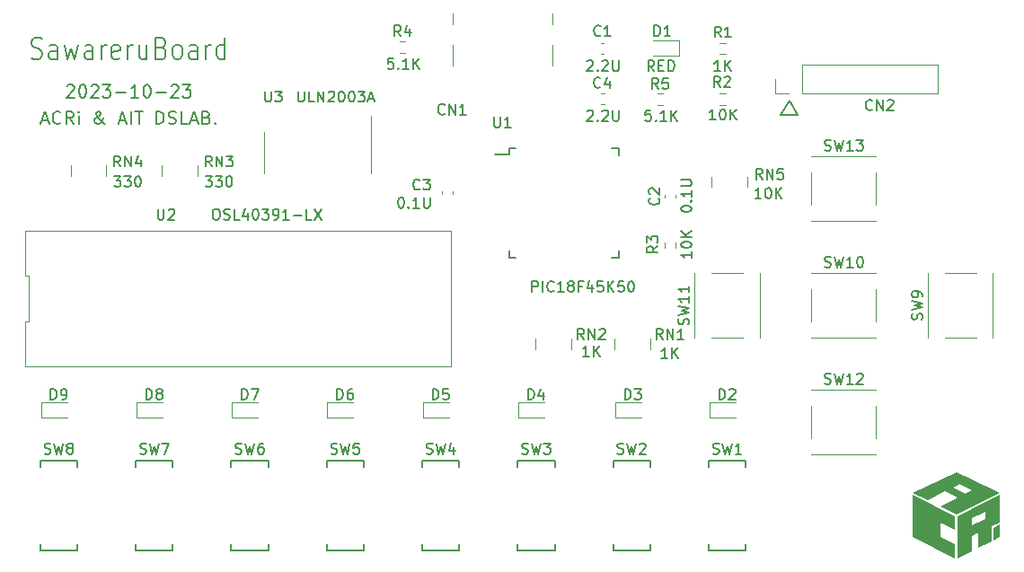
<source format=gto>
G04 #@! TF.GenerationSoftware,KiCad,Pcbnew,7.0.5*
G04 #@! TF.CreationDate,2023-11-17T20:36:03+09:00*
G04 #@! TF.ProjectId,Sawareru_v4,53617761-7265-4727-955f-76342e6b6963,0.3.0*
G04 #@! TF.SameCoordinates,PX2faf080PY6422c40*
G04 #@! TF.FileFunction,Legend,Top*
G04 #@! TF.FilePolarity,Positive*
%FSLAX46Y46*%
G04 Gerber Fmt 4.6, Leading zero omitted, Abs format (unit mm)*
G04 Created by KiCad (PCBNEW 7.0.5) date 2023-11-17 20:36:03*
%MOMM*%
%LPD*%
G01*
G04 APERTURE LIST*
%ADD10C,0.000000*%
%ADD11C,0.150000*%
%ADD12C,0.200000*%
%ADD13C,0.120000*%
G04 APERTURE END LIST*
D10*
G36*
X93300000Y10500000D02*
G01*
X91700000Y9700000D01*
X92900000Y9100000D01*
X92100000Y8700000D01*
X90900000Y9300000D01*
X89300000Y8500000D01*
X87900000Y9200000D01*
X92000000Y11100000D01*
X93300000Y10500000D01*
G37*
G36*
X96100000Y9200000D02*
G01*
X92000000Y7150000D01*
X90500000Y7900000D01*
X93500000Y9400000D01*
X92300000Y10000000D01*
X93300000Y10500000D01*
X96100000Y9200000D01*
G37*
G36*
X96100000Y5000000D02*
G01*
X95500000Y4700000D01*
X95500000Y5900000D01*
X96100000Y6200000D01*
X96100000Y5000000D01*
G37*
G36*
X94700000Y7400000D02*
G01*
X93500000Y6800000D01*
X93500000Y3700000D01*
X92100000Y3000000D01*
X92100000Y7000000D01*
X94700000Y8300000D01*
X94700000Y7400000D01*
G37*
G36*
X96100000Y6400000D02*
G01*
X95300000Y6000000D01*
X95300000Y4600000D01*
X94100000Y4000000D01*
X94100000Y5400000D01*
X93500000Y5100000D01*
X93500000Y6100000D01*
X94700000Y6700000D01*
X94700000Y8300000D01*
X96100000Y9000000D01*
X96100000Y6400000D01*
G37*
G36*
X91900000Y7000000D02*
G01*
X91900000Y5700000D01*
X90500000Y6400000D01*
X90500000Y5000000D01*
X91900000Y4300000D01*
X91900000Y3000000D01*
X87900000Y5000000D01*
X87900000Y9000000D01*
X91900000Y7000000D01*
G37*
D11*
X76265000Y46200000D02*
X75465000Y44800000D01*
X77065000Y44800000D02*
X76265000Y46200000D01*
X75465000Y44800000D02*
X77065000Y44800000D01*
D12*
X4852381Y50180400D02*
X5095238Y50085162D01*
X5095238Y50085162D02*
X5500000Y50085162D01*
X5500000Y50085162D02*
X5661905Y50180400D01*
X5661905Y50180400D02*
X5742857Y50275639D01*
X5742857Y50275639D02*
X5823810Y50466115D01*
X5823810Y50466115D02*
X5823810Y50656591D01*
X5823810Y50656591D02*
X5742857Y50847067D01*
X5742857Y50847067D02*
X5661905Y50942305D01*
X5661905Y50942305D02*
X5500000Y51037543D01*
X5500000Y51037543D02*
X5176191Y51132781D01*
X5176191Y51132781D02*
X5014286Y51228020D01*
X5014286Y51228020D02*
X4933333Y51323258D01*
X4933333Y51323258D02*
X4852381Y51513734D01*
X4852381Y51513734D02*
X4852381Y51704210D01*
X4852381Y51704210D02*
X4933333Y51894686D01*
X4933333Y51894686D02*
X5014286Y51989924D01*
X5014286Y51989924D02*
X5176191Y52085162D01*
X5176191Y52085162D02*
X5580952Y52085162D01*
X5580952Y52085162D02*
X5823810Y51989924D01*
X7280953Y50085162D02*
X7280953Y51132781D01*
X7280953Y51132781D02*
X7200000Y51323258D01*
X7200000Y51323258D02*
X7038096Y51418496D01*
X7038096Y51418496D02*
X6714286Y51418496D01*
X6714286Y51418496D02*
X6552381Y51323258D01*
X7280953Y50180400D02*
X7119048Y50085162D01*
X7119048Y50085162D02*
X6714286Y50085162D01*
X6714286Y50085162D02*
X6552381Y50180400D01*
X6552381Y50180400D02*
X6471429Y50370877D01*
X6471429Y50370877D02*
X6471429Y50561353D01*
X6471429Y50561353D02*
X6552381Y50751829D01*
X6552381Y50751829D02*
X6714286Y50847067D01*
X6714286Y50847067D02*
X7119048Y50847067D01*
X7119048Y50847067D02*
X7280953Y50942305D01*
X7928572Y51418496D02*
X8252381Y50085162D01*
X8252381Y50085162D02*
X8576191Y51037543D01*
X8576191Y51037543D02*
X8900000Y50085162D01*
X8900000Y50085162D02*
X9223810Y51418496D01*
X10600000Y50085162D02*
X10600000Y51132781D01*
X10600000Y51132781D02*
X10519047Y51323258D01*
X10519047Y51323258D02*
X10357143Y51418496D01*
X10357143Y51418496D02*
X10033333Y51418496D01*
X10033333Y51418496D02*
X9871428Y51323258D01*
X10600000Y50180400D02*
X10438095Y50085162D01*
X10438095Y50085162D02*
X10033333Y50085162D01*
X10033333Y50085162D02*
X9871428Y50180400D01*
X9871428Y50180400D02*
X9790476Y50370877D01*
X9790476Y50370877D02*
X9790476Y50561353D01*
X9790476Y50561353D02*
X9871428Y50751829D01*
X9871428Y50751829D02*
X10033333Y50847067D01*
X10033333Y50847067D02*
X10438095Y50847067D01*
X10438095Y50847067D02*
X10600000Y50942305D01*
X11409523Y50085162D02*
X11409523Y51418496D01*
X11409523Y51037543D02*
X11490476Y51228020D01*
X11490476Y51228020D02*
X11571428Y51323258D01*
X11571428Y51323258D02*
X11733333Y51418496D01*
X11733333Y51418496D02*
X11895238Y51418496D01*
X13109523Y50180400D02*
X12947619Y50085162D01*
X12947619Y50085162D02*
X12623809Y50085162D01*
X12623809Y50085162D02*
X12461904Y50180400D01*
X12461904Y50180400D02*
X12380952Y50370877D01*
X12380952Y50370877D02*
X12380952Y51132781D01*
X12380952Y51132781D02*
X12461904Y51323258D01*
X12461904Y51323258D02*
X12623809Y51418496D01*
X12623809Y51418496D02*
X12947619Y51418496D01*
X12947619Y51418496D02*
X13109523Y51323258D01*
X13109523Y51323258D02*
X13190476Y51132781D01*
X13190476Y51132781D02*
X13190476Y50942305D01*
X13190476Y50942305D02*
X12380952Y50751829D01*
X13919047Y50085162D02*
X13919047Y51418496D01*
X13919047Y51037543D02*
X14000000Y51228020D01*
X14000000Y51228020D02*
X14080952Y51323258D01*
X14080952Y51323258D02*
X14242857Y51418496D01*
X14242857Y51418496D02*
X14404762Y51418496D01*
X15700000Y51418496D02*
X15700000Y50085162D01*
X14971428Y51418496D02*
X14971428Y50370877D01*
X14971428Y50370877D02*
X15052381Y50180400D01*
X15052381Y50180400D02*
X15214286Y50085162D01*
X15214286Y50085162D02*
X15457143Y50085162D01*
X15457143Y50085162D02*
X15619047Y50180400D01*
X15619047Y50180400D02*
X15700000Y50275639D01*
X17076190Y51132781D02*
X17319047Y51037543D01*
X17319047Y51037543D02*
X17400000Y50942305D01*
X17400000Y50942305D02*
X17480952Y50751829D01*
X17480952Y50751829D02*
X17480952Y50466115D01*
X17480952Y50466115D02*
X17400000Y50275639D01*
X17400000Y50275639D02*
X17319047Y50180400D01*
X17319047Y50180400D02*
X17157142Y50085162D01*
X17157142Y50085162D02*
X16509523Y50085162D01*
X16509523Y50085162D02*
X16509523Y52085162D01*
X16509523Y52085162D02*
X17076190Y52085162D01*
X17076190Y52085162D02*
X17238095Y51989924D01*
X17238095Y51989924D02*
X17319047Y51894686D01*
X17319047Y51894686D02*
X17400000Y51704210D01*
X17400000Y51704210D02*
X17400000Y51513734D01*
X17400000Y51513734D02*
X17319047Y51323258D01*
X17319047Y51323258D02*
X17238095Y51228020D01*
X17238095Y51228020D02*
X17076190Y51132781D01*
X17076190Y51132781D02*
X16509523Y51132781D01*
X18452381Y50085162D02*
X18290476Y50180400D01*
X18290476Y50180400D02*
X18209523Y50275639D01*
X18209523Y50275639D02*
X18128571Y50466115D01*
X18128571Y50466115D02*
X18128571Y51037543D01*
X18128571Y51037543D02*
X18209523Y51228020D01*
X18209523Y51228020D02*
X18290476Y51323258D01*
X18290476Y51323258D02*
X18452381Y51418496D01*
X18452381Y51418496D02*
X18695238Y51418496D01*
X18695238Y51418496D02*
X18857142Y51323258D01*
X18857142Y51323258D02*
X18938095Y51228020D01*
X18938095Y51228020D02*
X19019047Y51037543D01*
X19019047Y51037543D02*
X19019047Y50466115D01*
X19019047Y50466115D02*
X18938095Y50275639D01*
X18938095Y50275639D02*
X18857142Y50180400D01*
X18857142Y50180400D02*
X18695238Y50085162D01*
X18695238Y50085162D02*
X18452381Y50085162D01*
X20476190Y50085162D02*
X20476190Y51132781D01*
X20476190Y51132781D02*
X20395237Y51323258D01*
X20395237Y51323258D02*
X20233333Y51418496D01*
X20233333Y51418496D02*
X19909523Y51418496D01*
X19909523Y51418496D02*
X19747618Y51323258D01*
X20476190Y50180400D02*
X20314285Y50085162D01*
X20314285Y50085162D02*
X19909523Y50085162D01*
X19909523Y50085162D02*
X19747618Y50180400D01*
X19747618Y50180400D02*
X19666666Y50370877D01*
X19666666Y50370877D02*
X19666666Y50561353D01*
X19666666Y50561353D02*
X19747618Y50751829D01*
X19747618Y50751829D02*
X19909523Y50847067D01*
X19909523Y50847067D02*
X20314285Y50847067D01*
X20314285Y50847067D02*
X20476190Y50942305D01*
X21285713Y50085162D02*
X21285713Y51418496D01*
X21285713Y51037543D02*
X21366666Y51228020D01*
X21366666Y51228020D02*
X21447618Y51323258D01*
X21447618Y51323258D02*
X21609523Y51418496D01*
X21609523Y51418496D02*
X21771428Y51418496D01*
X23066666Y50085162D02*
X23066666Y52085162D01*
X23066666Y50180400D02*
X22904761Y50085162D01*
X22904761Y50085162D02*
X22580952Y50085162D01*
X22580952Y50085162D02*
X22419047Y50180400D01*
X22419047Y50180400D02*
X22338094Y50275639D01*
X22338094Y50275639D02*
X22257142Y50466115D01*
X22257142Y50466115D02*
X22257142Y51037543D01*
X22257142Y51037543D02*
X22338094Y51228020D01*
X22338094Y51228020D02*
X22419047Y51323258D01*
X22419047Y51323258D02*
X22580952Y51418496D01*
X22580952Y51418496D02*
X22904761Y51418496D01*
X22904761Y51418496D02*
X23066666Y51323258D01*
D11*
X5799999Y44295515D02*
X6371428Y44295515D01*
X5685713Y43952658D02*
X6085713Y45152658D01*
X6085713Y45152658D02*
X6485713Y43952658D01*
X7571427Y44066943D02*
X7514284Y44009800D01*
X7514284Y44009800D02*
X7342856Y43952658D01*
X7342856Y43952658D02*
X7228570Y43952658D01*
X7228570Y43952658D02*
X7057141Y44009800D01*
X7057141Y44009800D02*
X6942856Y44124086D01*
X6942856Y44124086D02*
X6885713Y44238372D01*
X6885713Y44238372D02*
X6828570Y44466943D01*
X6828570Y44466943D02*
X6828570Y44638372D01*
X6828570Y44638372D02*
X6885713Y44866943D01*
X6885713Y44866943D02*
X6942856Y44981229D01*
X6942856Y44981229D02*
X7057141Y45095515D01*
X7057141Y45095515D02*
X7228570Y45152658D01*
X7228570Y45152658D02*
X7342856Y45152658D01*
X7342856Y45152658D02*
X7514284Y45095515D01*
X7514284Y45095515D02*
X7571427Y45038372D01*
X8771427Y43952658D02*
X8371427Y44524086D01*
X8085713Y43952658D02*
X8085713Y45152658D01*
X8085713Y45152658D02*
X8542856Y45152658D01*
X8542856Y45152658D02*
X8657141Y45095515D01*
X8657141Y45095515D02*
X8714284Y45038372D01*
X8714284Y45038372D02*
X8771427Y44924086D01*
X8771427Y44924086D02*
X8771427Y44752658D01*
X8771427Y44752658D02*
X8714284Y44638372D01*
X8714284Y44638372D02*
X8657141Y44581229D01*
X8657141Y44581229D02*
X8542856Y44524086D01*
X8542856Y44524086D02*
X8085713Y44524086D01*
X9285713Y43952658D02*
X9285713Y44752658D01*
X9285713Y45152658D02*
X9228570Y45095515D01*
X9228570Y45095515D02*
X9285713Y45038372D01*
X9285713Y45038372D02*
X9342856Y45095515D01*
X9342856Y45095515D02*
X9285713Y45152658D01*
X9285713Y45152658D02*
X9285713Y45038372D01*
X11742856Y43952658D02*
X11685714Y43952658D01*
X11685714Y43952658D02*
X11571428Y44009800D01*
X11571428Y44009800D02*
X11399999Y44181229D01*
X11399999Y44181229D02*
X11114285Y44524086D01*
X11114285Y44524086D02*
X10999999Y44695515D01*
X10999999Y44695515D02*
X10942856Y44866943D01*
X10942856Y44866943D02*
X10942856Y44981229D01*
X10942856Y44981229D02*
X10999999Y45095515D01*
X10999999Y45095515D02*
X11114285Y45152658D01*
X11114285Y45152658D02*
X11171428Y45152658D01*
X11171428Y45152658D02*
X11285714Y45095515D01*
X11285714Y45095515D02*
X11342856Y44981229D01*
X11342856Y44981229D02*
X11342856Y44924086D01*
X11342856Y44924086D02*
X11285714Y44809800D01*
X11285714Y44809800D02*
X11228571Y44752658D01*
X11228571Y44752658D02*
X10885714Y44524086D01*
X10885714Y44524086D02*
X10828571Y44466943D01*
X10828571Y44466943D02*
X10771428Y44352658D01*
X10771428Y44352658D02*
X10771428Y44181229D01*
X10771428Y44181229D02*
X10828571Y44066943D01*
X10828571Y44066943D02*
X10885714Y44009800D01*
X10885714Y44009800D02*
X10999999Y43952658D01*
X10999999Y43952658D02*
X11171428Y43952658D01*
X11171428Y43952658D02*
X11285714Y44009800D01*
X11285714Y44009800D02*
X11342856Y44066943D01*
X11342856Y44066943D02*
X11514285Y44295515D01*
X11514285Y44295515D02*
X11571428Y44466943D01*
X11571428Y44466943D02*
X11571428Y44581229D01*
X13114285Y44295515D02*
X13685714Y44295515D01*
X12999999Y43952658D02*
X13399999Y45152658D01*
X13399999Y45152658D02*
X13799999Y43952658D01*
X14199999Y43952658D02*
X14199999Y45152658D01*
X14599999Y45152658D02*
X15285714Y45152658D01*
X14942856Y43952658D02*
X14942856Y45152658D01*
X16600000Y43952658D02*
X16600000Y45152658D01*
X16600000Y45152658D02*
X16885714Y45152658D01*
X16885714Y45152658D02*
X17057143Y45095515D01*
X17057143Y45095515D02*
X17171428Y44981229D01*
X17171428Y44981229D02*
X17228571Y44866943D01*
X17228571Y44866943D02*
X17285714Y44638372D01*
X17285714Y44638372D02*
X17285714Y44466943D01*
X17285714Y44466943D02*
X17228571Y44238372D01*
X17228571Y44238372D02*
X17171428Y44124086D01*
X17171428Y44124086D02*
X17057143Y44009800D01*
X17057143Y44009800D02*
X16885714Y43952658D01*
X16885714Y43952658D02*
X16600000Y43952658D01*
X17742857Y44009800D02*
X17914286Y43952658D01*
X17914286Y43952658D02*
X18200000Y43952658D01*
X18200000Y43952658D02*
X18314286Y44009800D01*
X18314286Y44009800D02*
X18371428Y44066943D01*
X18371428Y44066943D02*
X18428571Y44181229D01*
X18428571Y44181229D02*
X18428571Y44295515D01*
X18428571Y44295515D02*
X18371428Y44409800D01*
X18371428Y44409800D02*
X18314286Y44466943D01*
X18314286Y44466943D02*
X18200000Y44524086D01*
X18200000Y44524086D02*
X17971428Y44581229D01*
X17971428Y44581229D02*
X17857143Y44638372D01*
X17857143Y44638372D02*
X17800000Y44695515D01*
X17800000Y44695515D02*
X17742857Y44809800D01*
X17742857Y44809800D02*
X17742857Y44924086D01*
X17742857Y44924086D02*
X17800000Y45038372D01*
X17800000Y45038372D02*
X17857143Y45095515D01*
X17857143Y45095515D02*
X17971428Y45152658D01*
X17971428Y45152658D02*
X18257143Y45152658D01*
X18257143Y45152658D02*
X18428571Y45095515D01*
X19514285Y43952658D02*
X18942857Y43952658D01*
X18942857Y43952658D02*
X18942857Y45152658D01*
X19857143Y44295515D02*
X20428572Y44295515D01*
X19742857Y43952658D02*
X20142857Y45152658D01*
X20142857Y45152658D02*
X20542857Y43952658D01*
X21342857Y44581229D02*
X21514285Y44524086D01*
X21514285Y44524086D02*
X21571428Y44466943D01*
X21571428Y44466943D02*
X21628571Y44352658D01*
X21628571Y44352658D02*
X21628571Y44181229D01*
X21628571Y44181229D02*
X21571428Y44066943D01*
X21571428Y44066943D02*
X21514285Y44009800D01*
X21514285Y44009800D02*
X21400000Y43952658D01*
X21400000Y43952658D02*
X20942857Y43952658D01*
X20942857Y43952658D02*
X20942857Y45152658D01*
X20942857Y45152658D02*
X21342857Y45152658D01*
X21342857Y45152658D02*
X21457143Y45095515D01*
X21457143Y45095515D02*
X21514285Y45038372D01*
X21514285Y45038372D02*
X21571428Y44924086D01*
X21571428Y44924086D02*
X21571428Y44809800D01*
X21571428Y44809800D02*
X21514285Y44695515D01*
X21514285Y44695515D02*
X21457143Y44638372D01*
X21457143Y44638372D02*
X21342857Y44581229D01*
X21342857Y44581229D02*
X20942857Y44581229D01*
X22142857Y44066943D02*
X22200000Y44009800D01*
X22200000Y44009800D02*
X22142857Y43952658D01*
X22142857Y43952658D02*
X22085714Y44009800D01*
X22085714Y44009800D02*
X22142857Y44066943D01*
X22142857Y44066943D02*
X22142857Y43952658D01*
X8171429Y47538372D02*
X8228572Y47595515D01*
X8228572Y47595515D02*
X8342858Y47652658D01*
X8342858Y47652658D02*
X8628572Y47652658D01*
X8628572Y47652658D02*
X8742858Y47595515D01*
X8742858Y47595515D02*
X8800000Y47538372D01*
X8800000Y47538372D02*
X8857143Y47424086D01*
X8857143Y47424086D02*
X8857143Y47309800D01*
X8857143Y47309800D02*
X8800000Y47138372D01*
X8800000Y47138372D02*
X8114286Y46452658D01*
X8114286Y46452658D02*
X8857143Y46452658D01*
X9600000Y47652658D02*
X9714286Y47652658D01*
X9714286Y47652658D02*
X9828572Y47595515D01*
X9828572Y47595515D02*
X9885715Y47538372D01*
X9885715Y47538372D02*
X9942857Y47424086D01*
X9942857Y47424086D02*
X10000000Y47195515D01*
X10000000Y47195515D02*
X10000000Y46909800D01*
X10000000Y46909800D02*
X9942857Y46681229D01*
X9942857Y46681229D02*
X9885715Y46566943D01*
X9885715Y46566943D02*
X9828572Y46509800D01*
X9828572Y46509800D02*
X9714286Y46452658D01*
X9714286Y46452658D02*
X9600000Y46452658D01*
X9600000Y46452658D02*
X9485715Y46509800D01*
X9485715Y46509800D02*
X9428572Y46566943D01*
X9428572Y46566943D02*
X9371429Y46681229D01*
X9371429Y46681229D02*
X9314286Y46909800D01*
X9314286Y46909800D02*
X9314286Y47195515D01*
X9314286Y47195515D02*
X9371429Y47424086D01*
X9371429Y47424086D02*
X9428572Y47538372D01*
X9428572Y47538372D02*
X9485715Y47595515D01*
X9485715Y47595515D02*
X9600000Y47652658D01*
X10457143Y47538372D02*
X10514286Y47595515D01*
X10514286Y47595515D02*
X10628572Y47652658D01*
X10628572Y47652658D02*
X10914286Y47652658D01*
X10914286Y47652658D02*
X11028572Y47595515D01*
X11028572Y47595515D02*
X11085714Y47538372D01*
X11085714Y47538372D02*
X11142857Y47424086D01*
X11142857Y47424086D02*
X11142857Y47309800D01*
X11142857Y47309800D02*
X11085714Y47138372D01*
X11085714Y47138372D02*
X10400000Y46452658D01*
X10400000Y46452658D02*
X11142857Y46452658D01*
X11542857Y47652658D02*
X12285714Y47652658D01*
X12285714Y47652658D02*
X11885714Y47195515D01*
X11885714Y47195515D02*
X12057143Y47195515D01*
X12057143Y47195515D02*
X12171429Y47138372D01*
X12171429Y47138372D02*
X12228571Y47081229D01*
X12228571Y47081229D02*
X12285714Y46966943D01*
X12285714Y46966943D02*
X12285714Y46681229D01*
X12285714Y46681229D02*
X12228571Y46566943D01*
X12228571Y46566943D02*
X12171429Y46509800D01*
X12171429Y46509800D02*
X12057143Y46452658D01*
X12057143Y46452658D02*
X11714286Y46452658D01*
X11714286Y46452658D02*
X11600000Y46509800D01*
X11600000Y46509800D02*
X11542857Y46566943D01*
X12800000Y46909800D02*
X13714286Y46909800D01*
X14914285Y46452658D02*
X14228571Y46452658D01*
X14571428Y46452658D02*
X14571428Y47652658D01*
X14571428Y47652658D02*
X14457142Y47481229D01*
X14457142Y47481229D02*
X14342857Y47366943D01*
X14342857Y47366943D02*
X14228571Y47309800D01*
X15657142Y47652658D02*
X15771428Y47652658D01*
X15771428Y47652658D02*
X15885714Y47595515D01*
X15885714Y47595515D02*
X15942857Y47538372D01*
X15942857Y47538372D02*
X15999999Y47424086D01*
X15999999Y47424086D02*
X16057142Y47195515D01*
X16057142Y47195515D02*
X16057142Y46909800D01*
X16057142Y46909800D02*
X15999999Y46681229D01*
X15999999Y46681229D02*
X15942857Y46566943D01*
X15942857Y46566943D02*
X15885714Y46509800D01*
X15885714Y46509800D02*
X15771428Y46452658D01*
X15771428Y46452658D02*
X15657142Y46452658D01*
X15657142Y46452658D02*
X15542857Y46509800D01*
X15542857Y46509800D02*
X15485714Y46566943D01*
X15485714Y46566943D02*
X15428571Y46681229D01*
X15428571Y46681229D02*
X15371428Y46909800D01*
X15371428Y46909800D02*
X15371428Y47195515D01*
X15371428Y47195515D02*
X15428571Y47424086D01*
X15428571Y47424086D02*
X15485714Y47538372D01*
X15485714Y47538372D02*
X15542857Y47595515D01*
X15542857Y47595515D02*
X15657142Y47652658D01*
X16571428Y46909800D02*
X17485714Y46909800D01*
X17999999Y47538372D02*
X18057142Y47595515D01*
X18057142Y47595515D02*
X18171428Y47652658D01*
X18171428Y47652658D02*
X18457142Y47652658D01*
X18457142Y47652658D02*
X18571428Y47595515D01*
X18571428Y47595515D02*
X18628570Y47538372D01*
X18628570Y47538372D02*
X18685713Y47424086D01*
X18685713Y47424086D02*
X18685713Y47309800D01*
X18685713Y47309800D02*
X18628570Y47138372D01*
X18628570Y47138372D02*
X17942856Y46452658D01*
X17942856Y46452658D02*
X18685713Y46452658D01*
X19085713Y47652658D02*
X19828570Y47652658D01*
X19828570Y47652658D02*
X19428570Y47195515D01*
X19428570Y47195515D02*
X19599999Y47195515D01*
X19599999Y47195515D02*
X19714285Y47138372D01*
X19714285Y47138372D02*
X19771427Y47081229D01*
X19771427Y47081229D02*
X19828570Y46966943D01*
X19828570Y46966943D02*
X19828570Y46681229D01*
X19828570Y46681229D02*
X19771427Y46566943D01*
X19771427Y46566943D02*
X19714285Y46509800D01*
X19714285Y46509800D02*
X19599999Y46452658D01*
X19599999Y46452658D02*
X19257142Y46452658D01*
X19257142Y46452658D02*
X19142856Y46509800D01*
X19142856Y46509800D02*
X19085713Y46566943D01*
X24636905Y17975181D02*
X24636905Y18975181D01*
X24636905Y18975181D02*
X24875000Y18975181D01*
X24875000Y18975181D02*
X25017857Y18927562D01*
X25017857Y18927562D02*
X25113095Y18832324D01*
X25113095Y18832324D02*
X25160714Y18737086D01*
X25160714Y18737086D02*
X25208333Y18546610D01*
X25208333Y18546610D02*
X25208333Y18403753D01*
X25208333Y18403753D02*
X25160714Y18213277D01*
X25160714Y18213277D02*
X25113095Y18118039D01*
X25113095Y18118039D02*
X25017857Y18022800D01*
X25017857Y18022800D02*
X24875000Y17975181D01*
X24875000Y17975181D02*
X24636905Y17975181D01*
X25541667Y18975181D02*
X26208333Y18975181D01*
X26208333Y18975181D02*
X25779762Y17975181D01*
X73709523Y38745181D02*
X73376190Y39221372D01*
X73138095Y38745181D02*
X73138095Y39745181D01*
X73138095Y39745181D02*
X73519047Y39745181D01*
X73519047Y39745181D02*
X73614285Y39697562D01*
X73614285Y39697562D02*
X73661904Y39649943D01*
X73661904Y39649943D02*
X73709523Y39554705D01*
X73709523Y39554705D02*
X73709523Y39411848D01*
X73709523Y39411848D02*
X73661904Y39316610D01*
X73661904Y39316610D02*
X73614285Y39268991D01*
X73614285Y39268991D02*
X73519047Y39221372D01*
X73519047Y39221372D02*
X73138095Y39221372D01*
X74138095Y38745181D02*
X74138095Y39745181D01*
X74138095Y39745181D02*
X74709523Y38745181D01*
X74709523Y38745181D02*
X74709523Y39745181D01*
X75661904Y39745181D02*
X75185714Y39745181D01*
X75185714Y39745181D02*
X75138095Y39268991D01*
X75138095Y39268991D02*
X75185714Y39316610D01*
X75185714Y39316610D02*
X75280952Y39364229D01*
X75280952Y39364229D02*
X75519047Y39364229D01*
X75519047Y39364229D02*
X75614285Y39316610D01*
X75614285Y39316610D02*
X75661904Y39268991D01*
X75661904Y39268991D02*
X75709523Y39173753D01*
X75709523Y39173753D02*
X75709523Y38935658D01*
X75709523Y38935658D02*
X75661904Y38840420D01*
X75661904Y38840420D02*
X75614285Y38792800D01*
X75614285Y38792800D02*
X75519047Y38745181D01*
X75519047Y38745181D02*
X75280952Y38745181D01*
X75280952Y38745181D02*
X75185714Y38792800D01*
X75185714Y38792800D02*
X75138095Y38840420D01*
X73609523Y36945181D02*
X73038095Y36945181D01*
X73323809Y36945181D02*
X73323809Y37945181D01*
X73323809Y37945181D02*
X73228571Y37802324D01*
X73228571Y37802324D02*
X73133333Y37707086D01*
X73133333Y37707086D02*
X73038095Y37659467D01*
X74228571Y37945181D02*
X74323809Y37945181D01*
X74323809Y37945181D02*
X74419047Y37897562D01*
X74419047Y37897562D02*
X74466666Y37849943D01*
X74466666Y37849943D02*
X74514285Y37754705D01*
X74514285Y37754705D02*
X74561904Y37564229D01*
X74561904Y37564229D02*
X74561904Y37326134D01*
X74561904Y37326134D02*
X74514285Y37135658D01*
X74514285Y37135658D02*
X74466666Y37040420D01*
X74466666Y37040420D02*
X74419047Y36992800D01*
X74419047Y36992800D02*
X74323809Y36945181D01*
X74323809Y36945181D02*
X74228571Y36945181D01*
X74228571Y36945181D02*
X74133333Y36992800D01*
X74133333Y36992800D02*
X74085714Y37040420D01*
X74085714Y37040420D02*
X74038095Y37135658D01*
X74038095Y37135658D02*
X73990476Y37326134D01*
X73990476Y37326134D02*
X73990476Y37564229D01*
X73990476Y37564229D02*
X74038095Y37754705D01*
X74038095Y37754705D02*
X74085714Y37849943D01*
X74085714Y37849943D02*
X74133333Y37897562D01*
X74133333Y37897562D02*
X74228571Y37945181D01*
X74990476Y36945181D02*
X74990476Y37945181D01*
X75561904Y36945181D02*
X75133333Y37516610D01*
X75561904Y37945181D02*
X74990476Y37373753D01*
X6066667Y12892800D02*
X6209524Y12845181D01*
X6209524Y12845181D02*
X6447619Y12845181D01*
X6447619Y12845181D02*
X6542857Y12892800D01*
X6542857Y12892800D02*
X6590476Y12940420D01*
X6590476Y12940420D02*
X6638095Y13035658D01*
X6638095Y13035658D02*
X6638095Y13130896D01*
X6638095Y13130896D02*
X6590476Y13226134D01*
X6590476Y13226134D02*
X6542857Y13273753D01*
X6542857Y13273753D02*
X6447619Y13321372D01*
X6447619Y13321372D02*
X6257143Y13368991D01*
X6257143Y13368991D02*
X6161905Y13416610D01*
X6161905Y13416610D02*
X6114286Y13464229D01*
X6114286Y13464229D02*
X6066667Y13559467D01*
X6066667Y13559467D02*
X6066667Y13654705D01*
X6066667Y13654705D02*
X6114286Y13749943D01*
X6114286Y13749943D02*
X6161905Y13797562D01*
X6161905Y13797562D02*
X6257143Y13845181D01*
X6257143Y13845181D02*
X6495238Y13845181D01*
X6495238Y13845181D02*
X6638095Y13797562D01*
X6971429Y13845181D02*
X7209524Y12845181D01*
X7209524Y12845181D02*
X7400000Y13559467D01*
X7400000Y13559467D02*
X7590476Y12845181D01*
X7590476Y12845181D02*
X7828572Y13845181D01*
X8352381Y13416610D02*
X8257143Y13464229D01*
X8257143Y13464229D02*
X8209524Y13511848D01*
X8209524Y13511848D02*
X8161905Y13607086D01*
X8161905Y13607086D02*
X8161905Y13654705D01*
X8161905Y13654705D02*
X8209524Y13749943D01*
X8209524Y13749943D02*
X8257143Y13797562D01*
X8257143Y13797562D02*
X8352381Y13845181D01*
X8352381Y13845181D02*
X8542857Y13845181D01*
X8542857Y13845181D02*
X8638095Y13797562D01*
X8638095Y13797562D02*
X8685714Y13749943D01*
X8685714Y13749943D02*
X8733333Y13654705D01*
X8733333Y13654705D02*
X8733333Y13607086D01*
X8733333Y13607086D02*
X8685714Y13511848D01*
X8685714Y13511848D02*
X8638095Y13464229D01*
X8638095Y13464229D02*
X8542857Y13416610D01*
X8542857Y13416610D02*
X8352381Y13416610D01*
X8352381Y13416610D02*
X8257143Y13368991D01*
X8257143Y13368991D02*
X8209524Y13321372D01*
X8209524Y13321372D02*
X8161905Y13226134D01*
X8161905Y13226134D02*
X8161905Y13035658D01*
X8161905Y13035658D02*
X8209524Y12940420D01*
X8209524Y12940420D02*
X8257143Y12892800D01*
X8257143Y12892800D02*
X8352381Y12845181D01*
X8352381Y12845181D02*
X8542857Y12845181D01*
X8542857Y12845181D02*
X8638095Y12892800D01*
X8638095Y12892800D02*
X8685714Y12940420D01*
X8685714Y12940420D02*
X8733333Y13035658D01*
X8733333Y13035658D02*
X8733333Y13226134D01*
X8733333Y13226134D02*
X8685714Y13321372D01*
X8685714Y13321372D02*
X8638095Y13368991D01*
X8638095Y13368991D02*
X8542857Y13416610D01*
X24066667Y12892800D02*
X24209524Y12845181D01*
X24209524Y12845181D02*
X24447619Y12845181D01*
X24447619Y12845181D02*
X24542857Y12892800D01*
X24542857Y12892800D02*
X24590476Y12940420D01*
X24590476Y12940420D02*
X24638095Y13035658D01*
X24638095Y13035658D02*
X24638095Y13130896D01*
X24638095Y13130896D02*
X24590476Y13226134D01*
X24590476Y13226134D02*
X24542857Y13273753D01*
X24542857Y13273753D02*
X24447619Y13321372D01*
X24447619Y13321372D02*
X24257143Y13368991D01*
X24257143Y13368991D02*
X24161905Y13416610D01*
X24161905Y13416610D02*
X24114286Y13464229D01*
X24114286Y13464229D02*
X24066667Y13559467D01*
X24066667Y13559467D02*
X24066667Y13654705D01*
X24066667Y13654705D02*
X24114286Y13749943D01*
X24114286Y13749943D02*
X24161905Y13797562D01*
X24161905Y13797562D02*
X24257143Y13845181D01*
X24257143Y13845181D02*
X24495238Y13845181D01*
X24495238Y13845181D02*
X24638095Y13797562D01*
X24971429Y13845181D02*
X25209524Y12845181D01*
X25209524Y12845181D02*
X25400000Y13559467D01*
X25400000Y13559467D02*
X25590476Y12845181D01*
X25590476Y12845181D02*
X25828572Y13845181D01*
X26638095Y13845181D02*
X26447619Y13845181D01*
X26447619Y13845181D02*
X26352381Y13797562D01*
X26352381Y13797562D02*
X26304762Y13749943D01*
X26304762Y13749943D02*
X26209524Y13607086D01*
X26209524Y13607086D02*
X26161905Y13416610D01*
X26161905Y13416610D02*
X26161905Y13035658D01*
X26161905Y13035658D02*
X26209524Y12940420D01*
X26209524Y12940420D02*
X26257143Y12892800D01*
X26257143Y12892800D02*
X26352381Y12845181D01*
X26352381Y12845181D02*
X26542857Y12845181D01*
X26542857Y12845181D02*
X26638095Y12892800D01*
X26638095Y12892800D02*
X26685714Y12940420D01*
X26685714Y12940420D02*
X26733333Y13035658D01*
X26733333Y13035658D02*
X26733333Y13273753D01*
X26733333Y13273753D02*
X26685714Y13368991D01*
X26685714Y13368991D02*
X26638095Y13416610D01*
X26638095Y13416610D02*
X26542857Y13464229D01*
X26542857Y13464229D02*
X26352381Y13464229D01*
X26352381Y13464229D02*
X26257143Y13416610D01*
X26257143Y13416610D02*
X26209524Y13368991D01*
X26209524Y13368991D02*
X26161905Y13273753D01*
X33066667Y12892800D02*
X33209524Y12845181D01*
X33209524Y12845181D02*
X33447619Y12845181D01*
X33447619Y12845181D02*
X33542857Y12892800D01*
X33542857Y12892800D02*
X33590476Y12940420D01*
X33590476Y12940420D02*
X33638095Y13035658D01*
X33638095Y13035658D02*
X33638095Y13130896D01*
X33638095Y13130896D02*
X33590476Y13226134D01*
X33590476Y13226134D02*
X33542857Y13273753D01*
X33542857Y13273753D02*
X33447619Y13321372D01*
X33447619Y13321372D02*
X33257143Y13368991D01*
X33257143Y13368991D02*
X33161905Y13416610D01*
X33161905Y13416610D02*
X33114286Y13464229D01*
X33114286Y13464229D02*
X33066667Y13559467D01*
X33066667Y13559467D02*
X33066667Y13654705D01*
X33066667Y13654705D02*
X33114286Y13749943D01*
X33114286Y13749943D02*
X33161905Y13797562D01*
X33161905Y13797562D02*
X33257143Y13845181D01*
X33257143Y13845181D02*
X33495238Y13845181D01*
X33495238Y13845181D02*
X33638095Y13797562D01*
X33971429Y13845181D02*
X34209524Y12845181D01*
X34209524Y12845181D02*
X34400000Y13559467D01*
X34400000Y13559467D02*
X34590476Y12845181D01*
X34590476Y12845181D02*
X34828572Y13845181D01*
X35685714Y13845181D02*
X35209524Y13845181D01*
X35209524Y13845181D02*
X35161905Y13368991D01*
X35161905Y13368991D02*
X35209524Y13416610D01*
X35209524Y13416610D02*
X35304762Y13464229D01*
X35304762Y13464229D02*
X35542857Y13464229D01*
X35542857Y13464229D02*
X35638095Y13416610D01*
X35638095Y13416610D02*
X35685714Y13368991D01*
X35685714Y13368991D02*
X35733333Y13273753D01*
X35733333Y13273753D02*
X35733333Y13035658D01*
X35733333Y13035658D02*
X35685714Y12940420D01*
X35685714Y12940420D02*
X35638095Y12892800D01*
X35638095Y12892800D02*
X35542857Y12845181D01*
X35542857Y12845181D02*
X35304762Y12845181D01*
X35304762Y12845181D02*
X35209524Y12892800D01*
X35209524Y12892800D02*
X35161905Y12940420D01*
X42066667Y12892800D02*
X42209524Y12845181D01*
X42209524Y12845181D02*
X42447619Y12845181D01*
X42447619Y12845181D02*
X42542857Y12892800D01*
X42542857Y12892800D02*
X42590476Y12940420D01*
X42590476Y12940420D02*
X42638095Y13035658D01*
X42638095Y13035658D02*
X42638095Y13130896D01*
X42638095Y13130896D02*
X42590476Y13226134D01*
X42590476Y13226134D02*
X42542857Y13273753D01*
X42542857Y13273753D02*
X42447619Y13321372D01*
X42447619Y13321372D02*
X42257143Y13368991D01*
X42257143Y13368991D02*
X42161905Y13416610D01*
X42161905Y13416610D02*
X42114286Y13464229D01*
X42114286Y13464229D02*
X42066667Y13559467D01*
X42066667Y13559467D02*
X42066667Y13654705D01*
X42066667Y13654705D02*
X42114286Y13749943D01*
X42114286Y13749943D02*
X42161905Y13797562D01*
X42161905Y13797562D02*
X42257143Y13845181D01*
X42257143Y13845181D02*
X42495238Y13845181D01*
X42495238Y13845181D02*
X42638095Y13797562D01*
X42971429Y13845181D02*
X43209524Y12845181D01*
X43209524Y12845181D02*
X43400000Y13559467D01*
X43400000Y13559467D02*
X43590476Y12845181D01*
X43590476Y12845181D02*
X43828572Y13845181D01*
X44638095Y13511848D02*
X44638095Y12845181D01*
X44400000Y13892800D02*
X44161905Y13178515D01*
X44161905Y13178515D02*
X44780952Y13178515D01*
X21809523Y39945181D02*
X21476190Y40421372D01*
X21238095Y39945181D02*
X21238095Y40945181D01*
X21238095Y40945181D02*
X21619047Y40945181D01*
X21619047Y40945181D02*
X21714285Y40897562D01*
X21714285Y40897562D02*
X21761904Y40849943D01*
X21761904Y40849943D02*
X21809523Y40754705D01*
X21809523Y40754705D02*
X21809523Y40611848D01*
X21809523Y40611848D02*
X21761904Y40516610D01*
X21761904Y40516610D02*
X21714285Y40468991D01*
X21714285Y40468991D02*
X21619047Y40421372D01*
X21619047Y40421372D02*
X21238095Y40421372D01*
X22238095Y39945181D02*
X22238095Y40945181D01*
X22238095Y40945181D02*
X22809523Y39945181D01*
X22809523Y39945181D02*
X22809523Y40945181D01*
X23190476Y40945181D02*
X23809523Y40945181D01*
X23809523Y40945181D02*
X23476190Y40564229D01*
X23476190Y40564229D02*
X23619047Y40564229D01*
X23619047Y40564229D02*
X23714285Y40516610D01*
X23714285Y40516610D02*
X23761904Y40468991D01*
X23761904Y40468991D02*
X23809523Y40373753D01*
X23809523Y40373753D02*
X23809523Y40135658D01*
X23809523Y40135658D02*
X23761904Y40040420D01*
X23761904Y40040420D02*
X23714285Y39992800D01*
X23714285Y39992800D02*
X23619047Y39945181D01*
X23619047Y39945181D02*
X23333333Y39945181D01*
X23333333Y39945181D02*
X23238095Y39992800D01*
X23238095Y39992800D02*
X23190476Y40040420D01*
X21214286Y39045181D02*
X21833333Y39045181D01*
X21833333Y39045181D02*
X21500000Y38664229D01*
X21500000Y38664229D02*
X21642857Y38664229D01*
X21642857Y38664229D02*
X21738095Y38616610D01*
X21738095Y38616610D02*
X21785714Y38568991D01*
X21785714Y38568991D02*
X21833333Y38473753D01*
X21833333Y38473753D02*
X21833333Y38235658D01*
X21833333Y38235658D02*
X21785714Y38140420D01*
X21785714Y38140420D02*
X21738095Y38092800D01*
X21738095Y38092800D02*
X21642857Y38045181D01*
X21642857Y38045181D02*
X21357143Y38045181D01*
X21357143Y38045181D02*
X21261905Y38092800D01*
X21261905Y38092800D02*
X21214286Y38140420D01*
X22166667Y39045181D02*
X22785714Y39045181D01*
X22785714Y39045181D02*
X22452381Y38664229D01*
X22452381Y38664229D02*
X22595238Y38664229D01*
X22595238Y38664229D02*
X22690476Y38616610D01*
X22690476Y38616610D02*
X22738095Y38568991D01*
X22738095Y38568991D02*
X22785714Y38473753D01*
X22785714Y38473753D02*
X22785714Y38235658D01*
X22785714Y38235658D02*
X22738095Y38140420D01*
X22738095Y38140420D02*
X22690476Y38092800D01*
X22690476Y38092800D02*
X22595238Y38045181D01*
X22595238Y38045181D02*
X22309524Y38045181D01*
X22309524Y38045181D02*
X22214286Y38092800D01*
X22214286Y38092800D02*
X22166667Y38140420D01*
X23404762Y39045181D02*
X23500000Y39045181D01*
X23500000Y39045181D02*
X23595238Y38997562D01*
X23595238Y38997562D02*
X23642857Y38949943D01*
X23642857Y38949943D02*
X23690476Y38854705D01*
X23690476Y38854705D02*
X23738095Y38664229D01*
X23738095Y38664229D02*
X23738095Y38426134D01*
X23738095Y38426134D02*
X23690476Y38235658D01*
X23690476Y38235658D02*
X23642857Y38140420D01*
X23642857Y38140420D02*
X23595238Y38092800D01*
X23595238Y38092800D02*
X23500000Y38045181D01*
X23500000Y38045181D02*
X23404762Y38045181D01*
X23404762Y38045181D02*
X23309524Y38092800D01*
X23309524Y38092800D02*
X23261905Y38140420D01*
X23261905Y38140420D02*
X23214286Y38235658D01*
X23214286Y38235658D02*
X23166667Y38426134D01*
X23166667Y38426134D02*
X23166667Y38664229D01*
X23166667Y38664229D02*
X23214286Y38854705D01*
X23214286Y38854705D02*
X23261905Y38949943D01*
X23261905Y38949943D02*
X23309524Y38997562D01*
X23309524Y38997562D02*
X23404762Y39045181D01*
X42636905Y17975181D02*
X42636905Y18975181D01*
X42636905Y18975181D02*
X42875000Y18975181D01*
X42875000Y18975181D02*
X43017857Y18927562D01*
X43017857Y18927562D02*
X43113095Y18832324D01*
X43113095Y18832324D02*
X43160714Y18737086D01*
X43160714Y18737086D02*
X43208333Y18546610D01*
X43208333Y18546610D02*
X43208333Y18403753D01*
X43208333Y18403753D02*
X43160714Y18213277D01*
X43160714Y18213277D02*
X43113095Y18118039D01*
X43113095Y18118039D02*
X43017857Y18022800D01*
X43017857Y18022800D02*
X42875000Y17975181D01*
X42875000Y17975181D02*
X42636905Y17975181D01*
X44113095Y18975181D02*
X43636905Y18975181D01*
X43636905Y18975181D02*
X43589286Y18498991D01*
X43589286Y18498991D02*
X43636905Y18546610D01*
X43636905Y18546610D02*
X43732143Y18594229D01*
X43732143Y18594229D02*
X43970238Y18594229D01*
X43970238Y18594229D02*
X44065476Y18546610D01*
X44065476Y18546610D02*
X44113095Y18498991D01*
X44113095Y18498991D02*
X44160714Y18403753D01*
X44160714Y18403753D02*
X44160714Y18165658D01*
X44160714Y18165658D02*
X44113095Y18070420D01*
X44113095Y18070420D02*
X44065476Y18022800D01*
X44065476Y18022800D02*
X43970238Y17975181D01*
X43970238Y17975181D02*
X43732143Y17975181D01*
X43732143Y17975181D02*
X43636905Y18022800D01*
X43636905Y18022800D02*
X43589286Y18070420D01*
X63536905Y52245181D02*
X63536905Y53245181D01*
X63536905Y53245181D02*
X63775000Y53245181D01*
X63775000Y53245181D02*
X63917857Y53197562D01*
X63917857Y53197562D02*
X64013095Y53102324D01*
X64013095Y53102324D02*
X64060714Y53007086D01*
X64060714Y53007086D02*
X64108333Y52816610D01*
X64108333Y52816610D02*
X64108333Y52673753D01*
X64108333Y52673753D02*
X64060714Y52483277D01*
X64060714Y52483277D02*
X64013095Y52388039D01*
X64013095Y52388039D02*
X63917857Y52292800D01*
X63917857Y52292800D02*
X63775000Y52245181D01*
X63775000Y52245181D02*
X63536905Y52245181D01*
X65060714Y52245181D02*
X64489286Y52245181D01*
X64775000Y52245181D02*
X64775000Y53245181D01*
X64775000Y53245181D02*
X64679762Y53102324D01*
X64679762Y53102324D02*
X64584524Y53007086D01*
X64584524Y53007086D02*
X64489286Y52959467D01*
X63532142Y48945181D02*
X63198809Y49421372D01*
X62960714Y48945181D02*
X62960714Y49945181D01*
X62960714Y49945181D02*
X63341666Y49945181D01*
X63341666Y49945181D02*
X63436904Y49897562D01*
X63436904Y49897562D02*
X63484523Y49849943D01*
X63484523Y49849943D02*
X63532142Y49754705D01*
X63532142Y49754705D02*
X63532142Y49611848D01*
X63532142Y49611848D02*
X63484523Y49516610D01*
X63484523Y49516610D02*
X63436904Y49468991D01*
X63436904Y49468991D02*
X63341666Y49421372D01*
X63341666Y49421372D02*
X62960714Y49421372D01*
X63960714Y49468991D02*
X64294047Y49468991D01*
X64436904Y48945181D02*
X63960714Y48945181D01*
X63960714Y48945181D02*
X63960714Y49945181D01*
X63960714Y49945181D02*
X64436904Y49945181D01*
X64865476Y48945181D02*
X64865476Y49945181D01*
X64865476Y49945181D02*
X65103571Y49945181D01*
X65103571Y49945181D02*
X65246428Y49897562D01*
X65246428Y49897562D02*
X65341666Y49802324D01*
X65341666Y49802324D02*
X65389285Y49707086D01*
X65389285Y49707086D02*
X65436904Y49516610D01*
X65436904Y49516610D02*
X65436904Y49373753D01*
X65436904Y49373753D02*
X65389285Y49183277D01*
X65389285Y49183277D02*
X65341666Y49088039D01*
X65341666Y49088039D02*
X65246428Y48992800D01*
X65246428Y48992800D02*
X65103571Y48945181D01*
X65103571Y48945181D02*
X64865476Y48945181D01*
X69808333Y52145181D02*
X69475000Y52621372D01*
X69236905Y52145181D02*
X69236905Y53145181D01*
X69236905Y53145181D02*
X69617857Y53145181D01*
X69617857Y53145181D02*
X69713095Y53097562D01*
X69713095Y53097562D02*
X69760714Y53049943D01*
X69760714Y53049943D02*
X69808333Y52954705D01*
X69808333Y52954705D02*
X69808333Y52811848D01*
X69808333Y52811848D02*
X69760714Y52716610D01*
X69760714Y52716610D02*
X69713095Y52668991D01*
X69713095Y52668991D02*
X69617857Y52621372D01*
X69617857Y52621372D02*
X69236905Y52621372D01*
X70760714Y52145181D02*
X70189286Y52145181D01*
X70475000Y52145181D02*
X70475000Y53145181D01*
X70475000Y53145181D02*
X70379762Y53002324D01*
X70379762Y53002324D02*
X70284524Y52907086D01*
X70284524Y52907086D02*
X70189286Y52859467D01*
X69760714Y48945181D02*
X69189286Y48945181D01*
X69475000Y48945181D02*
X69475000Y49945181D01*
X69475000Y49945181D02*
X69379762Y49802324D01*
X69379762Y49802324D02*
X69284524Y49707086D01*
X69284524Y49707086D02*
X69189286Y49659467D01*
X70189286Y48945181D02*
X70189286Y49945181D01*
X70760714Y48945181D02*
X70332143Y49516610D01*
X70760714Y49945181D02*
X70189286Y49373753D01*
X58458333Y47440420D02*
X58410714Y47392800D01*
X58410714Y47392800D02*
X58267857Y47345181D01*
X58267857Y47345181D02*
X58172619Y47345181D01*
X58172619Y47345181D02*
X58029762Y47392800D01*
X58029762Y47392800D02*
X57934524Y47488039D01*
X57934524Y47488039D02*
X57886905Y47583277D01*
X57886905Y47583277D02*
X57839286Y47773753D01*
X57839286Y47773753D02*
X57839286Y47916610D01*
X57839286Y47916610D02*
X57886905Y48107086D01*
X57886905Y48107086D02*
X57934524Y48202324D01*
X57934524Y48202324D02*
X58029762Y48297562D01*
X58029762Y48297562D02*
X58172619Y48345181D01*
X58172619Y48345181D02*
X58267857Y48345181D01*
X58267857Y48345181D02*
X58410714Y48297562D01*
X58410714Y48297562D02*
X58458333Y48249943D01*
X59315476Y48011848D02*
X59315476Y47345181D01*
X59077381Y48392800D02*
X58839286Y47678515D01*
X58839286Y47678515D02*
X59458333Y47678515D01*
X57201191Y45149943D02*
X57248810Y45197562D01*
X57248810Y45197562D02*
X57344048Y45245181D01*
X57344048Y45245181D02*
X57582143Y45245181D01*
X57582143Y45245181D02*
X57677381Y45197562D01*
X57677381Y45197562D02*
X57725000Y45149943D01*
X57725000Y45149943D02*
X57772619Y45054705D01*
X57772619Y45054705D02*
X57772619Y44959467D01*
X57772619Y44959467D02*
X57725000Y44816610D01*
X57725000Y44816610D02*
X57153572Y44245181D01*
X57153572Y44245181D02*
X57772619Y44245181D01*
X58201191Y44340420D02*
X58248810Y44292800D01*
X58248810Y44292800D02*
X58201191Y44245181D01*
X58201191Y44245181D02*
X58153572Y44292800D01*
X58153572Y44292800D02*
X58201191Y44340420D01*
X58201191Y44340420D02*
X58201191Y44245181D01*
X58629762Y45149943D02*
X58677381Y45197562D01*
X58677381Y45197562D02*
X58772619Y45245181D01*
X58772619Y45245181D02*
X59010714Y45245181D01*
X59010714Y45245181D02*
X59105952Y45197562D01*
X59105952Y45197562D02*
X59153571Y45149943D01*
X59153571Y45149943D02*
X59201190Y45054705D01*
X59201190Y45054705D02*
X59201190Y44959467D01*
X59201190Y44959467D02*
X59153571Y44816610D01*
X59153571Y44816610D02*
X58582143Y44245181D01*
X58582143Y44245181D02*
X59201190Y44245181D01*
X59629762Y45245181D02*
X59629762Y44435658D01*
X59629762Y44435658D02*
X59677381Y44340420D01*
X59677381Y44340420D02*
X59725000Y44292800D01*
X59725000Y44292800D02*
X59820238Y44245181D01*
X59820238Y44245181D02*
X60010714Y44245181D01*
X60010714Y44245181D02*
X60105952Y44292800D01*
X60105952Y44292800D02*
X60153571Y44340420D01*
X60153571Y44340420D02*
X60201190Y44435658D01*
X60201190Y44435658D02*
X60201190Y45245181D01*
X43789523Y44940420D02*
X43741904Y44892800D01*
X43741904Y44892800D02*
X43599047Y44845181D01*
X43599047Y44845181D02*
X43503809Y44845181D01*
X43503809Y44845181D02*
X43360952Y44892800D01*
X43360952Y44892800D02*
X43265714Y44988039D01*
X43265714Y44988039D02*
X43218095Y45083277D01*
X43218095Y45083277D02*
X43170476Y45273753D01*
X43170476Y45273753D02*
X43170476Y45416610D01*
X43170476Y45416610D02*
X43218095Y45607086D01*
X43218095Y45607086D02*
X43265714Y45702324D01*
X43265714Y45702324D02*
X43360952Y45797562D01*
X43360952Y45797562D02*
X43503809Y45845181D01*
X43503809Y45845181D02*
X43599047Y45845181D01*
X43599047Y45845181D02*
X43741904Y45797562D01*
X43741904Y45797562D02*
X43789523Y45749943D01*
X44218095Y44845181D02*
X44218095Y45845181D01*
X44218095Y45845181D02*
X44789523Y44845181D01*
X44789523Y44845181D02*
X44789523Y45845181D01*
X45789523Y44845181D02*
X45218095Y44845181D01*
X45503809Y44845181D02*
X45503809Y45845181D01*
X45503809Y45845181D02*
X45408571Y45702324D01*
X45408571Y45702324D02*
X45313333Y45607086D01*
X45313333Y45607086D02*
X45218095Y45559467D01*
X63929580Y36970834D02*
X63977200Y36923215D01*
X63977200Y36923215D02*
X64024819Y36780358D01*
X64024819Y36780358D02*
X64024819Y36685120D01*
X64024819Y36685120D02*
X63977200Y36542263D01*
X63977200Y36542263D02*
X63881961Y36447025D01*
X63881961Y36447025D02*
X63786723Y36399406D01*
X63786723Y36399406D02*
X63596247Y36351787D01*
X63596247Y36351787D02*
X63453390Y36351787D01*
X63453390Y36351787D02*
X63262914Y36399406D01*
X63262914Y36399406D02*
X63167676Y36447025D01*
X63167676Y36447025D02*
X63072438Y36542263D01*
X63072438Y36542263D02*
X63024819Y36685120D01*
X63024819Y36685120D02*
X63024819Y36780358D01*
X63024819Y36780358D02*
X63072438Y36923215D01*
X63072438Y36923215D02*
X63120057Y36970834D01*
X63120057Y37351787D02*
X63072438Y37399406D01*
X63072438Y37399406D02*
X63024819Y37494644D01*
X63024819Y37494644D02*
X63024819Y37732739D01*
X63024819Y37732739D02*
X63072438Y37827977D01*
X63072438Y37827977D02*
X63120057Y37875596D01*
X63120057Y37875596D02*
X63215295Y37923215D01*
X63215295Y37923215D02*
X63310533Y37923215D01*
X63310533Y37923215D02*
X63453390Y37875596D01*
X63453390Y37875596D02*
X64024819Y37304168D01*
X64024819Y37304168D02*
X64024819Y37923215D01*
X66054819Y35914287D02*
X66054819Y36009525D01*
X66054819Y36009525D02*
X66102438Y36104763D01*
X66102438Y36104763D02*
X66150057Y36152382D01*
X66150057Y36152382D02*
X66245295Y36200001D01*
X66245295Y36200001D02*
X66435771Y36247620D01*
X66435771Y36247620D02*
X66673866Y36247620D01*
X66673866Y36247620D02*
X66864342Y36200001D01*
X66864342Y36200001D02*
X66959580Y36152382D01*
X66959580Y36152382D02*
X67007200Y36104763D01*
X67007200Y36104763D02*
X67054819Y36009525D01*
X67054819Y36009525D02*
X67054819Y35914287D01*
X67054819Y35914287D02*
X67007200Y35819049D01*
X67007200Y35819049D02*
X66959580Y35771430D01*
X66959580Y35771430D02*
X66864342Y35723811D01*
X66864342Y35723811D02*
X66673866Y35676192D01*
X66673866Y35676192D02*
X66435771Y35676192D01*
X66435771Y35676192D02*
X66245295Y35723811D01*
X66245295Y35723811D02*
X66150057Y35771430D01*
X66150057Y35771430D02*
X66102438Y35819049D01*
X66102438Y35819049D02*
X66054819Y35914287D01*
X66959580Y36676192D02*
X67007200Y36723811D01*
X67007200Y36723811D02*
X67054819Y36676192D01*
X67054819Y36676192D02*
X67007200Y36628573D01*
X67007200Y36628573D02*
X66959580Y36676192D01*
X66959580Y36676192D02*
X67054819Y36676192D01*
X67054819Y37676191D02*
X67054819Y37104763D01*
X67054819Y37390477D02*
X66054819Y37390477D01*
X66054819Y37390477D02*
X66197676Y37295239D01*
X66197676Y37295239D02*
X66292914Y37200001D01*
X66292914Y37200001D02*
X66340533Y37104763D01*
X66054819Y38104763D02*
X66864342Y38104763D01*
X66864342Y38104763D02*
X66959580Y38152382D01*
X66959580Y38152382D02*
X67007200Y38200001D01*
X67007200Y38200001D02*
X67054819Y38295239D01*
X67054819Y38295239D02*
X67054819Y38485715D01*
X67054819Y38485715D02*
X67007200Y38580953D01*
X67007200Y38580953D02*
X66959580Y38628572D01*
X66959580Y38628572D02*
X66864342Y38676191D01*
X66864342Y38676191D02*
X66054819Y38676191D01*
X63854819Y32433334D02*
X63378628Y32100001D01*
X63854819Y31861906D02*
X62854819Y31861906D01*
X62854819Y31861906D02*
X62854819Y32242858D01*
X62854819Y32242858D02*
X62902438Y32338096D01*
X62902438Y32338096D02*
X62950057Y32385715D01*
X62950057Y32385715D02*
X63045295Y32433334D01*
X63045295Y32433334D02*
X63188152Y32433334D01*
X63188152Y32433334D02*
X63283390Y32385715D01*
X63283390Y32385715D02*
X63331009Y32338096D01*
X63331009Y32338096D02*
X63378628Y32242858D01*
X63378628Y32242858D02*
X63378628Y31861906D01*
X62854819Y32766668D02*
X62854819Y33385715D01*
X62854819Y33385715D02*
X63235771Y33052382D01*
X63235771Y33052382D02*
X63235771Y33195239D01*
X63235771Y33195239D02*
X63283390Y33290477D01*
X63283390Y33290477D02*
X63331009Y33338096D01*
X63331009Y33338096D02*
X63426247Y33385715D01*
X63426247Y33385715D02*
X63664342Y33385715D01*
X63664342Y33385715D02*
X63759580Y33338096D01*
X63759580Y33338096D02*
X63807200Y33290477D01*
X63807200Y33290477D02*
X63854819Y33195239D01*
X63854819Y33195239D02*
X63854819Y32909525D01*
X63854819Y32909525D02*
X63807200Y32814287D01*
X63807200Y32814287D02*
X63759580Y32766668D01*
X67054819Y31909524D02*
X67054819Y31338096D01*
X67054819Y31623810D02*
X66054819Y31623810D01*
X66054819Y31623810D02*
X66197676Y31528572D01*
X66197676Y31528572D02*
X66292914Y31433334D01*
X66292914Y31433334D02*
X66340533Y31338096D01*
X66054819Y32528572D02*
X66054819Y32623810D01*
X66054819Y32623810D02*
X66102438Y32719048D01*
X66102438Y32719048D02*
X66150057Y32766667D01*
X66150057Y32766667D02*
X66245295Y32814286D01*
X66245295Y32814286D02*
X66435771Y32861905D01*
X66435771Y32861905D02*
X66673866Y32861905D01*
X66673866Y32861905D02*
X66864342Y32814286D01*
X66864342Y32814286D02*
X66959580Y32766667D01*
X66959580Y32766667D02*
X67007200Y32719048D01*
X67007200Y32719048D02*
X67054819Y32623810D01*
X67054819Y32623810D02*
X67054819Y32528572D01*
X67054819Y32528572D02*
X67007200Y32433334D01*
X67007200Y32433334D02*
X66959580Y32385715D01*
X66959580Y32385715D02*
X66864342Y32338096D01*
X66864342Y32338096D02*
X66673866Y32290477D01*
X66673866Y32290477D02*
X66435771Y32290477D01*
X66435771Y32290477D02*
X66245295Y32338096D01*
X66245295Y32338096D02*
X66150057Y32385715D01*
X66150057Y32385715D02*
X66102438Y32433334D01*
X66102438Y32433334D02*
X66054819Y32528572D01*
X67054819Y33290477D02*
X66054819Y33290477D01*
X67054819Y33861905D02*
X66483390Y33433334D01*
X66054819Y33861905D02*
X66626247Y33290477D01*
X15066667Y12892800D02*
X15209524Y12845181D01*
X15209524Y12845181D02*
X15447619Y12845181D01*
X15447619Y12845181D02*
X15542857Y12892800D01*
X15542857Y12892800D02*
X15590476Y12940420D01*
X15590476Y12940420D02*
X15638095Y13035658D01*
X15638095Y13035658D02*
X15638095Y13130896D01*
X15638095Y13130896D02*
X15590476Y13226134D01*
X15590476Y13226134D02*
X15542857Y13273753D01*
X15542857Y13273753D02*
X15447619Y13321372D01*
X15447619Y13321372D02*
X15257143Y13368991D01*
X15257143Y13368991D02*
X15161905Y13416610D01*
X15161905Y13416610D02*
X15114286Y13464229D01*
X15114286Y13464229D02*
X15066667Y13559467D01*
X15066667Y13559467D02*
X15066667Y13654705D01*
X15066667Y13654705D02*
X15114286Y13749943D01*
X15114286Y13749943D02*
X15161905Y13797562D01*
X15161905Y13797562D02*
X15257143Y13845181D01*
X15257143Y13845181D02*
X15495238Y13845181D01*
X15495238Y13845181D02*
X15638095Y13797562D01*
X15971429Y13845181D02*
X16209524Y12845181D01*
X16209524Y12845181D02*
X16400000Y13559467D01*
X16400000Y13559467D02*
X16590476Y12845181D01*
X16590476Y12845181D02*
X16828572Y13845181D01*
X17114286Y13845181D02*
X17780952Y13845181D01*
X17780952Y13845181D02*
X17352381Y12845181D01*
X26838095Y47045181D02*
X26838095Y46235658D01*
X26838095Y46235658D02*
X26885714Y46140420D01*
X26885714Y46140420D02*
X26933333Y46092800D01*
X26933333Y46092800D02*
X27028571Y46045181D01*
X27028571Y46045181D02*
X27219047Y46045181D01*
X27219047Y46045181D02*
X27314285Y46092800D01*
X27314285Y46092800D02*
X27361904Y46140420D01*
X27361904Y46140420D02*
X27409523Y46235658D01*
X27409523Y46235658D02*
X27409523Y47045181D01*
X27790476Y47045181D02*
X28409523Y47045181D01*
X28409523Y47045181D02*
X28076190Y46664229D01*
X28076190Y46664229D02*
X28219047Y46664229D01*
X28219047Y46664229D02*
X28314285Y46616610D01*
X28314285Y46616610D02*
X28361904Y46568991D01*
X28361904Y46568991D02*
X28409523Y46473753D01*
X28409523Y46473753D02*
X28409523Y46235658D01*
X28409523Y46235658D02*
X28361904Y46140420D01*
X28361904Y46140420D02*
X28314285Y46092800D01*
X28314285Y46092800D02*
X28219047Y46045181D01*
X28219047Y46045181D02*
X27933333Y46045181D01*
X27933333Y46045181D02*
X27838095Y46092800D01*
X27838095Y46092800D02*
X27790476Y46140420D01*
X29952381Y47045181D02*
X29952381Y46235658D01*
X29952381Y46235658D02*
X30000000Y46140420D01*
X30000000Y46140420D02*
X30047619Y46092800D01*
X30047619Y46092800D02*
X30142857Y46045181D01*
X30142857Y46045181D02*
X30333333Y46045181D01*
X30333333Y46045181D02*
X30428571Y46092800D01*
X30428571Y46092800D02*
X30476190Y46140420D01*
X30476190Y46140420D02*
X30523809Y46235658D01*
X30523809Y46235658D02*
X30523809Y47045181D01*
X31476190Y46045181D02*
X31000000Y46045181D01*
X31000000Y46045181D02*
X31000000Y47045181D01*
X31809524Y46045181D02*
X31809524Y47045181D01*
X31809524Y47045181D02*
X32380952Y46045181D01*
X32380952Y46045181D02*
X32380952Y47045181D01*
X32809524Y46949943D02*
X32857143Y46997562D01*
X32857143Y46997562D02*
X32952381Y47045181D01*
X32952381Y47045181D02*
X33190476Y47045181D01*
X33190476Y47045181D02*
X33285714Y46997562D01*
X33285714Y46997562D02*
X33333333Y46949943D01*
X33333333Y46949943D02*
X33380952Y46854705D01*
X33380952Y46854705D02*
X33380952Y46759467D01*
X33380952Y46759467D02*
X33333333Y46616610D01*
X33333333Y46616610D02*
X32761905Y46045181D01*
X32761905Y46045181D02*
X33380952Y46045181D01*
X34000000Y47045181D02*
X34095238Y47045181D01*
X34095238Y47045181D02*
X34190476Y46997562D01*
X34190476Y46997562D02*
X34238095Y46949943D01*
X34238095Y46949943D02*
X34285714Y46854705D01*
X34285714Y46854705D02*
X34333333Y46664229D01*
X34333333Y46664229D02*
X34333333Y46426134D01*
X34333333Y46426134D02*
X34285714Y46235658D01*
X34285714Y46235658D02*
X34238095Y46140420D01*
X34238095Y46140420D02*
X34190476Y46092800D01*
X34190476Y46092800D02*
X34095238Y46045181D01*
X34095238Y46045181D02*
X34000000Y46045181D01*
X34000000Y46045181D02*
X33904762Y46092800D01*
X33904762Y46092800D02*
X33857143Y46140420D01*
X33857143Y46140420D02*
X33809524Y46235658D01*
X33809524Y46235658D02*
X33761905Y46426134D01*
X33761905Y46426134D02*
X33761905Y46664229D01*
X33761905Y46664229D02*
X33809524Y46854705D01*
X33809524Y46854705D02*
X33857143Y46949943D01*
X33857143Y46949943D02*
X33904762Y46997562D01*
X33904762Y46997562D02*
X34000000Y47045181D01*
X34952381Y47045181D02*
X35047619Y47045181D01*
X35047619Y47045181D02*
X35142857Y46997562D01*
X35142857Y46997562D02*
X35190476Y46949943D01*
X35190476Y46949943D02*
X35238095Y46854705D01*
X35238095Y46854705D02*
X35285714Y46664229D01*
X35285714Y46664229D02*
X35285714Y46426134D01*
X35285714Y46426134D02*
X35238095Y46235658D01*
X35238095Y46235658D02*
X35190476Y46140420D01*
X35190476Y46140420D02*
X35142857Y46092800D01*
X35142857Y46092800D02*
X35047619Y46045181D01*
X35047619Y46045181D02*
X34952381Y46045181D01*
X34952381Y46045181D02*
X34857143Y46092800D01*
X34857143Y46092800D02*
X34809524Y46140420D01*
X34809524Y46140420D02*
X34761905Y46235658D01*
X34761905Y46235658D02*
X34714286Y46426134D01*
X34714286Y46426134D02*
X34714286Y46664229D01*
X34714286Y46664229D02*
X34761905Y46854705D01*
X34761905Y46854705D02*
X34809524Y46949943D01*
X34809524Y46949943D02*
X34857143Y46997562D01*
X34857143Y46997562D02*
X34952381Y47045181D01*
X35619048Y47045181D02*
X36238095Y47045181D01*
X36238095Y47045181D02*
X35904762Y46664229D01*
X35904762Y46664229D02*
X36047619Y46664229D01*
X36047619Y46664229D02*
X36142857Y46616610D01*
X36142857Y46616610D02*
X36190476Y46568991D01*
X36190476Y46568991D02*
X36238095Y46473753D01*
X36238095Y46473753D02*
X36238095Y46235658D01*
X36238095Y46235658D02*
X36190476Y46140420D01*
X36190476Y46140420D02*
X36142857Y46092800D01*
X36142857Y46092800D02*
X36047619Y46045181D01*
X36047619Y46045181D02*
X35761905Y46045181D01*
X35761905Y46045181D02*
X35666667Y46092800D01*
X35666667Y46092800D02*
X35619048Y46140420D01*
X36619048Y46330896D02*
X37095238Y46330896D01*
X36523810Y46045181D02*
X36857143Y47045181D01*
X36857143Y47045181D02*
X37190476Y46045181D01*
X66757200Y25040477D02*
X66804819Y25183334D01*
X66804819Y25183334D02*
X66804819Y25421429D01*
X66804819Y25421429D02*
X66757200Y25516667D01*
X66757200Y25516667D02*
X66709580Y25564286D01*
X66709580Y25564286D02*
X66614342Y25611905D01*
X66614342Y25611905D02*
X66519104Y25611905D01*
X66519104Y25611905D02*
X66423866Y25564286D01*
X66423866Y25564286D02*
X66376247Y25516667D01*
X66376247Y25516667D02*
X66328628Y25421429D01*
X66328628Y25421429D02*
X66281009Y25230953D01*
X66281009Y25230953D02*
X66233390Y25135715D01*
X66233390Y25135715D02*
X66185771Y25088096D01*
X66185771Y25088096D02*
X66090533Y25040477D01*
X66090533Y25040477D02*
X65995295Y25040477D01*
X65995295Y25040477D02*
X65900057Y25088096D01*
X65900057Y25088096D02*
X65852438Y25135715D01*
X65852438Y25135715D02*
X65804819Y25230953D01*
X65804819Y25230953D02*
X65804819Y25469048D01*
X65804819Y25469048D02*
X65852438Y25611905D01*
X65804819Y25945239D02*
X66804819Y26183334D01*
X66804819Y26183334D02*
X66090533Y26373810D01*
X66090533Y26373810D02*
X66804819Y26564286D01*
X66804819Y26564286D02*
X65804819Y26802381D01*
X66804819Y27707143D02*
X66804819Y27135715D01*
X66804819Y27421429D02*
X65804819Y27421429D01*
X65804819Y27421429D02*
X65947676Y27326191D01*
X65947676Y27326191D02*
X66042914Y27230953D01*
X66042914Y27230953D02*
X66090533Y27135715D01*
X66804819Y28659524D02*
X66804819Y28088096D01*
X66804819Y28373810D02*
X65804819Y28373810D01*
X65804819Y28373810D02*
X65947676Y28278572D01*
X65947676Y28278572D02*
X66042914Y28183334D01*
X66042914Y28183334D02*
X66090533Y28088096D01*
X79590476Y19492800D02*
X79733333Y19445181D01*
X79733333Y19445181D02*
X79971428Y19445181D01*
X79971428Y19445181D02*
X80066666Y19492800D01*
X80066666Y19492800D02*
X80114285Y19540420D01*
X80114285Y19540420D02*
X80161904Y19635658D01*
X80161904Y19635658D02*
X80161904Y19730896D01*
X80161904Y19730896D02*
X80114285Y19826134D01*
X80114285Y19826134D02*
X80066666Y19873753D01*
X80066666Y19873753D02*
X79971428Y19921372D01*
X79971428Y19921372D02*
X79780952Y19968991D01*
X79780952Y19968991D02*
X79685714Y20016610D01*
X79685714Y20016610D02*
X79638095Y20064229D01*
X79638095Y20064229D02*
X79590476Y20159467D01*
X79590476Y20159467D02*
X79590476Y20254705D01*
X79590476Y20254705D02*
X79638095Y20349943D01*
X79638095Y20349943D02*
X79685714Y20397562D01*
X79685714Y20397562D02*
X79780952Y20445181D01*
X79780952Y20445181D02*
X80019047Y20445181D01*
X80019047Y20445181D02*
X80161904Y20397562D01*
X80495238Y20445181D02*
X80733333Y19445181D01*
X80733333Y19445181D02*
X80923809Y20159467D01*
X80923809Y20159467D02*
X81114285Y19445181D01*
X81114285Y19445181D02*
X81352381Y20445181D01*
X82257142Y19445181D02*
X81685714Y19445181D01*
X81971428Y19445181D02*
X81971428Y20445181D01*
X81971428Y20445181D02*
X81876190Y20302324D01*
X81876190Y20302324D02*
X81780952Y20207086D01*
X81780952Y20207086D02*
X81685714Y20159467D01*
X82638095Y20349943D02*
X82685714Y20397562D01*
X82685714Y20397562D02*
X82780952Y20445181D01*
X82780952Y20445181D02*
X83019047Y20445181D01*
X83019047Y20445181D02*
X83114285Y20397562D01*
X83114285Y20397562D02*
X83161904Y20349943D01*
X83161904Y20349943D02*
X83209523Y20254705D01*
X83209523Y20254705D02*
X83209523Y20159467D01*
X83209523Y20159467D02*
X83161904Y20016610D01*
X83161904Y20016610D02*
X82590476Y19445181D01*
X82590476Y19445181D02*
X83209523Y19445181D01*
X60066667Y12892800D02*
X60209524Y12845181D01*
X60209524Y12845181D02*
X60447619Y12845181D01*
X60447619Y12845181D02*
X60542857Y12892800D01*
X60542857Y12892800D02*
X60590476Y12940420D01*
X60590476Y12940420D02*
X60638095Y13035658D01*
X60638095Y13035658D02*
X60638095Y13130896D01*
X60638095Y13130896D02*
X60590476Y13226134D01*
X60590476Y13226134D02*
X60542857Y13273753D01*
X60542857Y13273753D02*
X60447619Y13321372D01*
X60447619Y13321372D02*
X60257143Y13368991D01*
X60257143Y13368991D02*
X60161905Y13416610D01*
X60161905Y13416610D02*
X60114286Y13464229D01*
X60114286Y13464229D02*
X60066667Y13559467D01*
X60066667Y13559467D02*
X60066667Y13654705D01*
X60066667Y13654705D02*
X60114286Y13749943D01*
X60114286Y13749943D02*
X60161905Y13797562D01*
X60161905Y13797562D02*
X60257143Y13845181D01*
X60257143Y13845181D02*
X60495238Y13845181D01*
X60495238Y13845181D02*
X60638095Y13797562D01*
X60971429Y13845181D02*
X61209524Y12845181D01*
X61209524Y12845181D02*
X61400000Y13559467D01*
X61400000Y13559467D02*
X61590476Y12845181D01*
X61590476Y12845181D02*
X61828572Y13845181D01*
X62161905Y13749943D02*
X62209524Y13797562D01*
X62209524Y13797562D02*
X62304762Y13845181D01*
X62304762Y13845181D02*
X62542857Y13845181D01*
X62542857Y13845181D02*
X62638095Y13797562D01*
X62638095Y13797562D02*
X62685714Y13749943D01*
X62685714Y13749943D02*
X62733333Y13654705D01*
X62733333Y13654705D02*
X62733333Y13559467D01*
X62733333Y13559467D02*
X62685714Y13416610D01*
X62685714Y13416610D02*
X62114286Y12845181D01*
X62114286Y12845181D02*
X62733333Y12845181D01*
X13209523Y39945181D02*
X12876190Y40421372D01*
X12638095Y39945181D02*
X12638095Y40945181D01*
X12638095Y40945181D02*
X13019047Y40945181D01*
X13019047Y40945181D02*
X13114285Y40897562D01*
X13114285Y40897562D02*
X13161904Y40849943D01*
X13161904Y40849943D02*
X13209523Y40754705D01*
X13209523Y40754705D02*
X13209523Y40611848D01*
X13209523Y40611848D02*
X13161904Y40516610D01*
X13161904Y40516610D02*
X13114285Y40468991D01*
X13114285Y40468991D02*
X13019047Y40421372D01*
X13019047Y40421372D02*
X12638095Y40421372D01*
X13638095Y39945181D02*
X13638095Y40945181D01*
X13638095Y40945181D02*
X14209523Y39945181D01*
X14209523Y39945181D02*
X14209523Y40945181D01*
X15114285Y40611848D02*
X15114285Y39945181D01*
X14876190Y40992800D02*
X14638095Y40278515D01*
X14638095Y40278515D02*
X15257142Y40278515D01*
X12614286Y39045181D02*
X13233333Y39045181D01*
X13233333Y39045181D02*
X12900000Y38664229D01*
X12900000Y38664229D02*
X13042857Y38664229D01*
X13042857Y38664229D02*
X13138095Y38616610D01*
X13138095Y38616610D02*
X13185714Y38568991D01*
X13185714Y38568991D02*
X13233333Y38473753D01*
X13233333Y38473753D02*
X13233333Y38235658D01*
X13233333Y38235658D02*
X13185714Y38140420D01*
X13185714Y38140420D02*
X13138095Y38092800D01*
X13138095Y38092800D02*
X13042857Y38045181D01*
X13042857Y38045181D02*
X12757143Y38045181D01*
X12757143Y38045181D02*
X12661905Y38092800D01*
X12661905Y38092800D02*
X12614286Y38140420D01*
X13566667Y39045181D02*
X14185714Y39045181D01*
X14185714Y39045181D02*
X13852381Y38664229D01*
X13852381Y38664229D02*
X13995238Y38664229D01*
X13995238Y38664229D02*
X14090476Y38616610D01*
X14090476Y38616610D02*
X14138095Y38568991D01*
X14138095Y38568991D02*
X14185714Y38473753D01*
X14185714Y38473753D02*
X14185714Y38235658D01*
X14185714Y38235658D02*
X14138095Y38140420D01*
X14138095Y38140420D02*
X14090476Y38092800D01*
X14090476Y38092800D02*
X13995238Y38045181D01*
X13995238Y38045181D02*
X13709524Y38045181D01*
X13709524Y38045181D02*
X13614286Y38092800D01*
X13614286Y38092800D02*
X13566667Y38140420D01*
X14804762Y39045181D02*
X14900000Y39045181D01*
X14900000Y39045181D02*
X14995238Y38997562D01*
X14995238Y38997562D02*
X15042857Y38949943D01*
X15042857Y38949943D02*
X15090476Y38854705D01*
X15090476Y38854705D02*
X15138095Y38664229D01*
X15138095Y38664229D02*
X15138095Y38426134D01*
X15138095Y38426134D02*
X15090476Y38235658D01*
X15090476Y38235658D02*
X15042857Y38140420D01*
X15042857Y38140420D02*
X14995238Y38092800D01*
X14995238Y38092800D02*
X14900000Y38045181D01*
X14900000Y38045181D02*
X14804762Y38045181D01*
X14804762Y38045181D02*
X14709524Y38092800D01*
X14709524Y38092800D02*
X14661905Y38140420D01*
X14661905Y38140420D02*
X14614286Y38235658D01*
X14614286Y38235658D02*
X14566667Y38426134D01*
X14566667Y38426134D02*
X14566667Y38664229D01*
X14566667Y38664229D02*
X14614286Y38854705D01*
X14614286Y38854705D02*
X14661905Y38949943D01*
X14661905Y38949943D02*
X14709524Y38997562D01*
X14709524Y38997562D02*
X14804762Y39045181D01*
X15636905Y17975181D02*
X15636905Y18975181D01*
X15636905Y18975181D02*
X15875000Y18975181D01*
X15875000Y18975181D02*
X16017857Y18927562D01*
X16017857Y18927562D02*
X16113095Y18832324D01*
X16113095Y18832324D02*
X16160714Y18737086D01*
X16160714Y18737086D02*
X16208333Y18546610D01*
X16208333Y18546610D02*
X16208333Y18403753D01*
X16208333Y18403753D02*
X16160714Y18213277D01*
X16160714Y18213277D02*
X16113095Y18118039D01*
X16113095Y18118039D02*
X16017857Y18022800D01*
X16017857Y18022800D02*
X15875000Y17975181D01*
X15875000Y17975181D02*
X15636905Y17975181D01*
X16779762Y18546610D02*
X16684524Y18594229D01*
X16684524Y18594229D02*
X16636905Y18641848D01*
X16636905Y18641848D02*
X16589286Y18737086D01*
X16589286Y18737086D02*
X16589286Y18784705D01*
X16589286Y18784705D02*
X16636905Y18879943D01*
X16636905Y18879943D02*
X16684524Y18927562D01*
X16684524Y18927562D02*
X16779762Y18975181D01*
X16779762Y18975181D02*
X16970238Y18975181D01*
X16970238Y18975181D02*
X17065476Y18927562D01*
X17065476Y18927562D02*
X17113095Y18879943D01*
X17113095Y18879943D02*
X17160714Y18784705D01*
X17160714Y18784705D02*
X17160714Y18737086D01*
X17160714Y18737086D02*
X17113095Y18641848D01*
X17113095Y18641848D02*
X17065476Y18594229D01*
X17065476Y18594229D02*
X16970238Y18546610D01*
X16970238Y18546610D02*
X16779762Y18546610D01*
X16779762Y18546610D02*
X16684524Y18498991D01*
X16684524Y18498991D02*
X16636905Y18451372D01*
X16636905Y18451372D02*
X16589286Y18356134D01*
X16589286Y18356134D02*
X16589286Y18165658D01*
X16589286Y18165658D02*
X16636905Y18070420D01*
X16636905Y18070420D02*
X16684524Y18022800D01*
X16684524Y18022800D02*
X16779762Y17975181D01*
X16779762Y17975181D02*
X16970238Y17975181D01*
X16970238Y17975181D02*
X17065476Y18022800D01*
X17065476Y18022800D02*
X17113095Y18070420D01*
X17113095Y18070420D02*
X17160714Y18165658D01*
X17160714Y18165658D02*
X17160714Y18356134D01*
X17160714Y18356134D02*
X17113095Y18451372D01*
X17113095Y18451372D02*
X17065476Y18498991D01*
X17065476Y18498991D02*
X16970238Y18546610D01*
X79590476Y41492800D02*
X79733333Y41445181D01*
X79733333Y41445181D02*
X79971428Y41445181D01*
X79971428Y41445181D02*
X80066666Y41492800D01*
X80066666Y41492800D02*
X80114285Y41540420D01*
X80114285Y41540420D02*
X80161904Y41635658D01*
X80161904Y41635658D02*
X80161904Y41730896D01*
X80161904Y41730896D02*
X80114285Y41826134D01*
X80114285Y41826134D02*
X80066666Y41873753D01*
X80066666Y41873753D02*
X79971428Y41921372D01*
X79971428Y41921372D02*
X79780952Y41968991D01*
X79780952Y41968991D02*
X79685714Y42016610D01*
X79685714Y42016610D02*
X79638095Y42064229D01*
X79638095Y42064229D02*
X79590476Y42159467D01*
X79590476Y42159467D02*
X79590476Y42254705D01*
X79590476Y42254705D02*
X79638095Y42349943D01*
X79638095Y42349943D02*
X79685714Y42397562D01*
X79685714Y42397562D02*
X79780952Y42445181D01*
X79780952Y42445181D02*
X80019047Y42445181D01*
X80019047Y42445181D02*
X80161904Y42397562D01*
X80495238Y42445181D02*
X80733333Y41445181D01*
X80733333Y41445181D02*
X80923809Y42159467D01*
X80923809Y42159467D02*
X81114285Y41445181D01*
X81114285Y41445181D02*
X81352381Y42445181D01*
X82257142Y41445181D02*
X81685714Y41445181D01*
X81971428Y41445181D02*
X81971428Y42445181D01*
X81971428Y42445181D02*
X81876190Y42302324D01*
X81876190Y42302324D02*
X81780952Y42207086D01*
X81780952Y42207086D02*
X81685714Y42159467D01*
X82590476Y42445181D02*
X83209523Y42445181D01*
X83209523Y42445181D02*
X82876190Y42064229D01*
X82876190Y42064229D02*
X83019047Y42064229D01*
X83019047Y42064229D02*
X83114285Y42016610D01*
X83114285Y42016610D02*
X83161904Y41968991D01*
X83161904Y41968991D02*
X83209523Y41873753D01*
X83209523Y41873753D02*
X83209523Y41635658D01*
X83209523Y41635658D02*
X83161904Y41540420D01*
X83161904Y41540420D02*
X83114285Y41492800D01*
X83114285Y41492800D02*
X83019047Y41445181D01*
X83019047Y41445181D02*
X82733333Y41445181D01*
X82733333Y41445181D02*
X82638095Y41492800D01*
X82638095Y41492800D02*
X82590476Y41540420D01*
X48438095Y44645181D02*
X48438095Y43835658D01*
X48438095Y43835658D02*
X48485714Y43740420D01*
X48485714Y43740420D02*
X48533333Y43692800D01*
X48533333Y43692800D02*
X48628571Y43645181D01*
X48628571Y43645181D02*
X48819047Y43645181D01*
X48819047Y43645181D02*
X48914285Y43692800D01*
X48914285Y43692800D02*
X48961904Y43740420D01*
X48961904Y43740420D02*
X49009523Y43835658D01*
X49009523Y43835658D02*
X49009523Y44645181D01*
X50009523Y43645181D02*
X49438095Y43645181D01*
X49723809Y43645181D02*
X49723809Y44645181D01*
X49723809Y44645181D02*
X49628571Y44502324D01*
X49628571Y44502324D02*
X49533333Y44407086D01*
X49533333Y44407086D02*
X49438095Y44359467D01*
X52014286Y28145181D02*
X52014286Y29145181D01*
X52014286Y29145181D02*
X52395238Y29145181D01*
X52395238Y29145181D02*
X52490476Y29097562D01*
X52490476Y29097562D02*
X52538095Y29049943D01*
X52538095Y29049943D02*
X52585714Y28954705D01*
X52585714Y28954705D02*
X52585714Y28811848D01*
X52585714Y28811848D02*
X52538095Y28716610D01*
X52538095Y28716610D02*
X52490476Y28668991D01*
X52490476Y28668991D02*
X52395238Y28621372D01*
X52395238Y28621372D02*
X52014286Y28621372D01*
X53014286Y28145181D02*
X53014286Y29145181D01*
X54061904Y28240420D02*
X54014285Y28192800D01*
X54014285Y28192800D02*
X53871428Y28145181D01*
X53871428Y28145181D02*
X53776190Y28145181D01*
X53776190Y28145181D02*
X53633333Y28192800D01*
X53633333Y28192800D02*
X53538095Y28288039D01*
X53538095Y28288039D02*
X53490476Y28383277D01*
X53490476Y28383277D02*
X53442857Y28573753D01*
X53442857Y28573753D02*
X53442857Y28716610D01*
X53442857Y28716610D02*
X53490476Y28907086D01*
X53490476Y28907086D02*
X53538095Y29002324D01*
X53538095Y29002324D02*
X53633333Y29097562D01*
X53633333Y29097562D02*
X53776190Y29145181D01*
X53776190Y29145181D02*
X53871428Y29145181D01*
X53871428Y29145181D02*
X54014285Y29097562D01*
X54014285Y29097562D02*
X54061904Y29049943D01*
X55014285Y28145181D02*
X54442857Y28145181D01*
X54728571Y28145181D02*
X54728571Y29145181D01*
X54728571Y29145181D02*
X54633333Y29002324D01*
X54633333Y29002324D02*
X54538095Y28907086D01*
X54538095Y28907086D02*
X54442857Y28859467D01*
X55585714Y28716610D02*
X55490476Y28764229D01*
X55490476Y28764229D02*
X55442857Y28811848D01*
X55442857Y28811848D02*
X55395238Y28907086D01*
X55395238Y28907086D02*
X55395238Y28954705D01*
X55395238Y28954705D02*
X55442857Y29049943D01*
X55442857Y29049943D02*
X55490476Y29097562D01*
X55490476Y29097562D02*
X55585714Y29145181D01*
X55585714Y29145181D02*
X55776190Y29145181D01*
X55776190Y29145181D02*
X55871428Y29097562D01*
X55871428Y29097562D02*
X55919047Y29049943D01*
X55919047Y29049943D02*
X55966666Y28954705D01*
X55966666Y28954705D02*
X55966666Y28907086D01*
X55966666Y28907086D02*
X55919047Y28811848D01*
X55919047Y28811848D02*
X55871428Y28764229D01*
X55871428Y28764229D02*
X55776190Y28716610D01*
X55776190Y28716610D02*
X55585714Y28716610D01*
X55585714Y28716610D02*
X55490476Y28668991D01*
X55490476Y28668991D02*
X55442857Y28621372D01*
X55442857Y28621372D02*
X55395238Y28526134D01*
X55395238Y28526134D02*
X55395238Y28335658D01*
X55395238Y28335658D02*
X55442857Y28240420D01*
X55442857Y28240420D02*
X55490476Y28192800D01*
X55490476Y28192800D02*
X55585714Y28145181D01*
X55585714Y28145181D02*
X55776190Y28145181D01*
X55776190Y28145181D02*
X55871428Y28192800D01*
X55871428Y28192800D02*
X55919047Y28240420D01*
X55919047Y28240420D02*
X55966666Y28335658D01*
X55966666Y28335658D02*
X55966666Y28526134D01*
X55966666Y28526134D02*
X55919047Y28621372D01*
X55919047Y28621372D02*
X55871428Y28668991D01*
X55871428Y28668991D02*
X55776190Y28716610D01*
X56728571Y28668991D02*
X56395238Y28668991D01*
X56395238Y28145181D02*
X56395238Y29145181D01*
X56395238Y29145181D02*
X56871428Y29145181D01*
X57680952Y28811848D02*
X57680952Y28145181D01*
X57442857Y29192800D02*
X57204762Y28478515D01*
X57204762Y28478515D02*
X57823809Y28478515D01*
X58680952Y29145181D02*
X58204762Y29145181D01*
X58204762Y29145181D02*
X58157143Y28668991D01*
X58157143Y28668991D02*
X58204762Y28716610D01*
X58204762Y28716610D02*
X58300000Y28764229D01*
X58300000Y28764229D02*
X58538095Y28764229D01*
X58538095Y28764229D02*
X58633333Y28716610D01*
X58633333Y28716610D02*
X58680952Y28668991D01*
X58680952Y28668991D02*
X58728571Y28573753D01*
X58728571Y28573753D02*
X58728571Y28335658D01*
X58728571Y28335658D02*
X58680952Y28240420D01*
X58680952Y28240420D02*
X58633333Y28192800D01*
X58633333Y28192800D02*
X58538095Y28145181D01*
X58538095Y28145181D02*
X58300000Y28145181D01*
X58300000Y28145181D02*
X58204762Y28192800D01*
X58204762Y28192800D02*
X58157143Y28240420D01*
X59157143Y28145181D02*
X59157143Y29145181D01*
X59728571Y28145181D02*
X59300000Y28716610D01*
X59728571Y29145181D02*
X59157143Y28573753D01*
X60633333Y29145181D02*
X60157143Y29145181D01*
X60157143Y29145181D02*
X60109524Y28668991D01*
X60109524Y28668991D02*
X60157143Y28716610D01*
X60157143Y28716610D02*
X60252381Y28764229D01*
X60252381Y28764229D02*
X60490476Y28764229D01*
X60490476Y28764229D02*
X60585714Y28716610D01*
X60585714Y28716610D02*
X60633333Y28668991D01*
X60633333Y28668991D02*
X60680952Y28573753D01*
X60680952Y28573753D02*
X60680952Y28335658D01*
X60680952Y28335658D02*
X60633333Y28240420D01*
X60633333Y28240420D02*
X60585714Y28192800D01*
X60585714Y28192800D02*
X60490476Y28145181D01*
X60490476Y28145181D02*
X60252381Y28145181D01*
X60252381Y28145181D02*
X60157143Y28192800D01*
X60157143Y28192800D02*
X60109524Y28240420D01*
X61300000Y29145181D02*
X61395238Y29145181D01*
X61395238Y29145181D02*
X61490476Y29097562D01*
X61490476Y29097562D02*
X61538095Y29049943D01*
X61538095Y29049943D02*
X61585714Y28954705D01*
X61585714Y28954705D02*
X61633333Y28764229D01*
X61633333Y28764229D02*
X61633333Y28526134D01*
X61633333Y28526134D02*
X61585714Y28335658D01*
X61585714Y28335658D02*
X61538095Y28240420D01*
X61538095Y28240420D02*
X61490476Y28192800D01*
X61490476Y28192800D02*
X61395238Y28145181D01*
X61395238Y28145181D02*
X61300000Y28145181D01*
X61300000Y28145181D02*
X61204762Y28192800D01*
X61204762Y28192800D02*
X61157143Y28240420D01*
X61157143Y28240420D02*
X61109524Y28335658D01*
X61109524Y28335658D02*
X61061905Y28526134D01*
X61061905Y28526134D02*
X61061905Y28764229D01*
X61061905Y28764229D02*
X61109524Y28954705D01*
X61109524Y28954705D02*
X61157143Y29049943D01*
X61157143Y29049943D02*
X61204762Y29097562D01*
X61204762Y29097562D02*
X61300000Y29145181D01*
X16738095Y35945181D02*
X16738095Y35135658D01*
X16738095Y35135658D02*
X16785714Y35040420D01*
X16785714Y35040420D02*
X16833333Y34992800D01*
X16833333Y34992800D02*
X16928571Y34945181D01*
X16928571Y34945181D02*
X17119047Y34945181D01*
X17119047Y34945181D02*
X17214285Y34992800D01*
X17214285Y34992800D02*
X17261904Y35040420D01*
X17261904Y35040420D02*
X17309523Y35135658D01*
X17309523Y35135658D02*
X17309523Y35945181D01*
X17738095Y35849943D02*
X17785714Y35897562D01*
X17785714Y35897562D02*
X17880952Y35945181D01*
X17880952Y35945181D02*
X18119047Y35945181D01*
X18119047Y35945181D02*
X18214285Y35897562D01*
X18214285Y35897562D02*
X18261904Y35849943D01*
X18261904Y35849943D02*
X18309523Y35754705D01*
X18309523Y35754705D02*
X18309523Y35659467D01*
X18309523Y35659467D02*
X18261904Y35516610D01*
X18261904Y35516610D02*
X17690476Y34945181D01*
X17690476Y34945181D02*
X18309523Y34945181D01*
X22142857Y35945181D02*
X22333333Y35945181D01*
X22333333Y35945181D02*
X22428571Y35897562D01*
X22428571Y35897562D02*
X22523809Y35802324D01*
X22523809Y35802324D02*
X22571428Y35611848D01*
X22571428Y35611848D02*
X22571428Y35278515D01*
X22571428Y35278515D02*
X22523809Y35088039D01*
X22523809Y35088039D02*
X22428571Y34992800D01*
X22428571Y34992800D02*
X22333333Y34945181D01*
X22333333Y34945181D02*
X22142857Y34945181D01*
X22142857Y34945181D02*
X22047619Y34992800D01*
X22047619Y34992800D02*
X21952381Y35088039D01*
X21952381Y35088039D02*
X21904762Y35278515D01*
X21904762Y35278515D02*
X21904762Y35611848D01*
X21904762Y35611848D02*
X21952381Y35802324D01*
X21952381Y35802324D02*
X22047619Y35897562D01*
X22047619Y35897562D02*
X22142857Y35945181D01*
X22952381Y34992800D02*
X23095238Y34945181D01*
X23095238Y34945181D02*
X23333333Y34945181D01*
X23333333Y34945181D02*
X23428571Y34992800D01*
X23428571Y34992800D02*
X23476190Y35040420D01*
X23476190Y35040420D02*
X23523809Y35135658D01*
X23523809Y35135658D02*
X23523809Y35230896D01*
X23523809Y35230896D02*
X23476190Y35326134D01*
X23476190Y35326134D02*
X23428571Y35373753D01*
X23428571Y35373753D02*
X23333333Y35421372D01*
X23333333Y35421372D02*
X23142857Y35468991D01*
X23142857Y35468991D02*
X23047619Y35516610D01*
X23047619Y35516610D02*
X23000000Y35564229D01*
X23000000Y35564229D02*
X22952381Y35659467D01*
X22952381Y35659467D02*
X22952381Y35754705D01*
X22952381Y35754705D02*
X23000000Y35849943D01*
X23000000Y35849943D02*
X23047619Y35897562D01*
X23047619Y35897562D02*
X23142857Y35945181D01*
X23142857Y35945181D02*
X23380952Y35945181D01*
X23380952Y35945181D02*
X23523809Y35897562D01*
X24428571Y34945181D02*
X23952381Y34945181D01*
X23952381Y34945181D02*
X23952381Y35945181D01*
X25190476Y35611848D02*
X25190476Y34945181D01*
X24952381Y35992800D02*
X24714286Y35278515D01*
X24714286Y35278515D02*
X25333333Y35278515D01*
X25904762Y35945181D02*
X26000000Y35945181D01*
X26000000Y35945181D02*
X26095238Y35897562D01*
X26095238Y35897562D02*
X26142857Y35849943D01*
X26142857Y35849943D02*
X26190476Y35754705D01*
X26190476Y35754705D02*
X26238095Y35564229D01*
X26238095Y35564229D02*
X26238095Y35326134D01*
X26238095Y35326134D02*
X26190476Y35135658D01*
X26190476Y35135658D02*
X26142857Y35040420D01*
X26142857Y35040420D02*
X26095238Y34992800D01*
X26095238Y34992800D02*
X26000000Y34945181D01*
X26000000Y34945181D02*
X25904762Y34945181D01*
X25904762Y34945181D02*
X25809524Y34992800D01*
X25809524Y34992800D02*
X25761905Y35040420D01*
X25761905Y35040420D02*
X25714286Y35135658D01*
X25714286Y35135658D02*
X25666667Y35326134D01*
X25666667Y35326134D02*
X25666667Y35564229D01*
X25666667Y35564229D02*
X25714286Y35754705D01*
X25714286Y35754705D02*
X25761905Y35849943D01*
X25761905Y35849943D02*
X25809524Y35897562D01*
X25809524Y35897562D02*
X25904762Y35945181D01*
X26571429Y35945181D02*
X27190476Y35945181D01*
X27190476Y35945181D02*
X26857143Y35564229D01*
X26857143Y35564229D02*
X27000000Y35564229D01*
X27000000Y35564229D02*
X27095238Y35516610D01*
X27095238Y35516610D02*
X27142857Y35468991D01*
X27142857Y35468991D02*
X27190476Y35373753D01*
X27190476Y35373753D02*
X27190476Y35135658D01*
X27190476Y35135658D02*
X27142857Y35040420D01*
X27142857Y35040420D02*
X27095238Y34992800D01*
X27095238Y34992800D02*
X27000000Y34945181D01*
X27000000Y34945181D02*
X26714286Y34945181D01*
X26714286Y34945181D02*
X26619048Y34992800D01*
X26619048Y34992800D02*
X26571429Y35040420D01*
X27666667Y34945181D02*
X27857143Y34945181D01*
X27857143Y34945181D02*
X27952381Y34992800D01*
X27952381Y34992800D02*
X28000000Y35040420D01*
X28000000Y35040420D02*
X28095238Y35183277D01*
X28095238Y35183277D02*
X28142857Y35373753D01*
X28142857Y35373753D02*
X28142857Y35754705D01*
X28142857Y35754705D02*
X28095238Y35849943D01*
X28095238Y35849943D02*
X28047619Y35897562D01*
X28047619Y35897562D02*
X27952381Y35945181D01*
X27952381Y35945181D02*
X27761905Y35945181D01*
X27761905Y35945181D02*
X27666667Y35897562D01*
X27666667Y35897562D02*
X27619048Y35849943D01*
X27619048Y35849943D02*
X27571429Y35754705D01*
X27571429Y35754705D02*
X27571429Y35516610D01*
X27571429Y35516610D02*
X27619048Y35421372D01*
X27619048Y35421372D02*
X27666667Y35373753D01*
X27666667Y35373753D02*
X27761905Y35326134D01*
X27761905Y35326134D02*
X27952381Y35326134D01*
X27952381Y35326134D02*
X28047619Y35373753D01*
X28047619Y35373753D02*
X28095238Y35421372D01*
X28095238Y35421372D02*
X28142857Y35516610D01*
X29095238Y34945181D02*
X28523810Y34945181D01*
X28809524Y34945181D02*
X28809524Y35945181D01*
X28809524Y35945181D02*
X28714286Y35802324D01*
X28714286Y35802324D02*
X28619048Y35707086D01*
X28619048Y35707086D02*
X28523810Y35659467D01*
X29523810Y35326134D02*
X30285715Y35326134D01*
X31238095Y34945181D02*
X30761905Y34945181D01*
X30761905Y34945181D02*
X30761905Y35945181D01*
X31476191Y35945181D02*
X32142857Y34945181D01*
X32142857Y35945181D02*
X31476191Y34945181D01*
X84074523Y45340420D02*
X84026904Y45292800D01*
X84026904Y45292800D02*
X83884047Y45245181D01*
X83884047Y45245181D02*
X83788809Y45245181D01*
X83788809Y45245181D02*
X83645952Y45292800D01*
X83645952Y45292800D02*
X83550714Y45388039D01*
X83550714Y45388039D02*
X83503095Y45483277D01*
X83503095Y45483277D02*
X83455476Y45673753D01*
X83455476Y45673753D02*
X83455476Y45816610D01*
X83455476Y45816610D02*
X83503095Y46007086D01*
X83503095Y46007086D02*
X83550714Y46102324D01*
X83550714Y46102324D02*
X83645952Y46197562D01*
X83645952Y46197562D02*
X83788809Y46245181D01*
X83788809Y46245181D02*
X83884047Y46245181D01*
X83884047Y46245181D02*
X84026904Y46197562D01*
X84026904Y46197562D02*
X84074523Y46149943D01*
X84503095Y45245181D02*
X84503095Y46245181D01*
X84503095Y46245181D02*
X85074523Y45245181D01*
X85074523Y45245181D02*
X85074523Y46245181D01*
X85503095Y46149943D02*
X85550714Y46197562D01*
X85550714Y46197562D02*
X85645952Y46245181D01*
X85645952Y46245181D02*
X85884047Y46245181D01*
X85884047Y46245181D02*
X85979285Y46197562D01*
X85979285Y46197562D02*
X86026904Y46149943D01*
X86026904Y46149943D02*
X86074523Y46054705D01*
X86074523Y46054705D02*
X86074523Y45959467D01*
X86074523Y45959467D02*
X86026904Y45816610D01*
X86026904Y45816610D02*
X85455476Y45245181D01*
X85455476Y45245181D02*
X86074523Y45245181D01*
X64309523Y23645181D02*
X63976190Y24121372D01*
X63738095Y23645181D02*
X63738095Y24645181D01*
X63738095Y24645181D02*
X64119047Y24645181D01*
X64119047Y24645181D02*
X64214285Y24597562D01*
X64214285Y24597562D02*
X64261904Y24549943D01*
X64261904Y24549943D02*
X64309523Y24454705D01*
X64309523Y24454705D02*
X64309523Y24311848D01*
X64309523Y24311848D02*
X64261904Y24216610D01*
X64261904Y24216610D02*
X64214285Y24168991D01*
X64214285Y24168991D02*
X64119047Y24121372D01*
X64119047Y24121372D02*
X63738095Y24121372D01*
X64738095Y23645181D02*
X64738095Y24645181D01*
X64738095Y24645181D02*
X65309523Y23645181D01*
X65309523Y23645181D02*
X65309523Y24645181D01*
X66309523Y23645181D02*
X65738095Y23645181D01*
X66023809Y23645181D02*
X66023809Y24645181D01*
X66023809Y24645181D02*
X65928571Y24502324D01*
X65928571Y24502324D02*
X65833333Y24407086D01*
X65833333Y24407086D02*
X65738095Y24359467D01*
X64785714Y21845181D02*
X64214286Y21845181D01*
X64500000Y21845181D02*
X64500000Y22845181D01*
X64500000Y22845181D02*
X64404762Y22702324D01*
X64404762Y22702324D02*
X64309524Y22607086D01*
X64309524Y22607086D02*
X64214286Y22559467D01*
X65214286Y21845181D02*
X65214286Y22845181D01*
X65785714Y21845181D02*
X65357143Y22416610D01*
X65785714Y22845181D02*
X65214286Y22273753D01*
X60761905Y17975181D02*
X60761905Y18975181D01*
X60761905Y18975181D02*
X61000000Y18975181D01*
X61000000Y18975181D02*
X61142857Y18927562D01*
X61142857Y18927562D02*
X61238095Y18832324D01*
X61238095Y18832324D02*
X61285714Y18737086D01*
X61285714Y18737086D02*
X61333333Y18546610D01*
X61333333Y18546610D02*
X61333333Y18403753D01*
X61333333Y18403753D02*
X61285714Y18213277D01*
X61285714Y18213277D02*
X61238095Y18118039D01*
X61238095Y18118039D02*
X61142857Y18022800D01*
X61142857Y18022800D02*
X61000000Y17975181D01*
X61000000Y17975181D02*
X60761905Y17975181D01*
X61666667Y18975181D02*
X62285714Y18975181D01*
X62285714Y18975181D02*
X61952381Y18594229D01*
X61952381Y18594229D02*
X62095238Y18594229D01*
X62095238Y18594229D02*
X62190476Y18546610D01*
X62190476Y18546610D02*
X62238095Y18498991D01*
X62238095Y18498991D02*
X62285714Y18403753D01*
X62285714Y18403753D02*
X62285714Y18165658D01*
X62285714Y18165658D02*
X62238095Y18070420D01*
X62238095Y18070420D02*
X62190476Y18022800D01*
X62190476Y18022800D02*
X62095238Y17975181D01*
X62095238Y17975181D02*
X61809524Y17975181D01*
X61809524Y17975181D02*
X61714286Y18022800D01*
X61714286Y18022800D02*
X61666667Y18070420D01*
X6636905Y17975181D02*
X6636905Y18975181D01*
X6636905Y18975181D02*
X6875000Y18975181D01*
X6875000Y18975181D02*
X7017857Y18927562D01*
X7017857Y18927562D02*
X7113095Y18832324D01*
X7113095Y18832324D02*
X7160714Y18737086D01*
X7160714Y18737086D02*
X7208333Y18546610D01*
X7208333Y18546610D02*
X7208333Y18403753D01*
X7208333Y18403753D02*
X7160714Y18213277D01*
X7160714Y18213277D02*
X7113095Y18118039D01*
X7113095Y18118039D02*
X7017857Y18022800D01*
X7017857Y18022800D02*
X6875000Y17975181D01*
X6875000Y17975181D02*
X6636905Y17975181D01*
X7684524Y17975181D02*
X7875000Y17975181D01*
X7875000Y17975181D02*
X7970238Y18022800D01*
X7970238Y18022800D02*
X8017857Y18070420D01*
X8017857Y18070420D02*
X8113095Y18213277D01*
X8113095Y18213277D02*
X8160714Y18403753D01*
X8160714Y18403753D02*
X8160714Y18784705D01*
X8160714Y18784705D02*
X8113095Y18879943D01*
X8113095Y18879943D02*
X8065476Y18927562D01*
X8065476Y18927562D02*
X7970238Y18975181D01*
X7970238Y18975181D02*
X7779762Y18975181D01*
X7779762Y18975181D02*
X7684524Y18927562D01*
X7684524Y18927562D02*
X7636905Y18879943D01*
X7636905Y18879943D02*
X7589286Y18784705D01*
X7589286Y18784705D02*
X7589286Y18546610D01*
X7589286Y18546610D02*
X7636905Y18451372D01*
X7636905Y18451372D02*
X7684524Y18403753D01*
X7684524Y18403753D02*
X7779762Y18356134D01*
X7779762Y18356134D02*
X7970238Y18356134D01*
X7970238Y18356134D02*
X8065476Y18403753D01*
X8065476Y18403753D02*
X8113095Y18451372D01*
X8113095Y18451372D02*
X8160714Y18546610D01*
X69066667Y12892800D02*
X69209524Y12845181D01*
X69209524Y12845181D02*
X69447619Y12845181D01*
X69447619Y12845181D02*
X69542857Y12892800D01*
X69542857Y12892800D02*
X69590476Y12940420D01*
X69590476Y12940420D02*
X69638095Y13035658D01*
X69638095Y13035658D02*
X69638095Y13130896D01*
X69638095Y13130896D02*
X69590476Y13226134D01*
X69590476Y13226134D02*
X69542857Y13273753D01*
X69542857Y13273753D02*
X69447619Y13321372D01*
X69447619Y13321372D02*
X69257143Y13368991D01*
X69257143Y13368991D02*
X69161905Y13416610D01*
X69161905Y13416610D02*
X69114286Y13464229D01*
X69114286Y13464229D02*
X69066667Y13559467D01*
X69066667Y13559467D02*
X69066667Y13654705D01*
X69066667Y13654705D02*
X69114286Y13749943D01*
X69114286Y13749943D02*
X69161905Y13797562D01*
X69161905Y13797562D02*
X69257143Y13845181D01*
X69257143Y13845181D02*
X69495238Y13845181D01*
X69495238Y13845181D02*
X69638095Y13797562D01*
X69971429Y13845181D02*
X70209524Y12845181D01*
X70209524Y12845181D02*
X70400000Y13559467D01*
X70400000Y13559467D02*
X70590476Y12845181D01*
X70590476Y12845181D02*
X70828572Y13845181D01*
X71733333Y12845181D02*
X71161905Y12845181D01*
X71447619Y12845181D02*
X71447619Y13845181D01*
X71447619Y13845181D02*
X71352381Y13702324D01*
X71352381Y13702324D02*
X71257143Y13607086D01*
X71257143Y13607086D02*
X71161905Y13559467D01*
X41433333Y37840420D02*
X41385714Y37792800D01*
X41385714Y37792800D02*
X41242857Y37745181D01*
X41242857Y37745181D02*
X41147619Y37745181D01*
X41147619Y37745181D02*
X41004762Y37792800D01*
X41004762Y37792800D02*
X40909524Y37888039D01*
X40909524Y37888039D02*
X40861905Y37983277D01*
X40861905Y37983277D02*
X40814286Y38173753D01*
X40814286Y38173753D02*
X40814286Y38316610D01*
X40814286Y38316610D02*
X40861905Y38507086D01*
X40861905Y38507086D02*
X40909524Y38602324D01*
X40909524Y38602324D02*
X41004762Y38697562D01*
X41004762Y38697562D02*
X41147619Y38745181D01*
X41147619Y38745181D02*
X41242857Y38745181D01*
X41242857Y38745181D02*
X41385714Y38697562D01*
X41385714Y38697562D02*
X41433333Y38649943D01*
X41766667Y38745181D02*
X42385714Y38745181D01*
X42385714Y38745181D02*
X42052381Y38364229D01*
X42052381Y38364229D02*
X42195238Y38364229D01*
X42195238Y38364229D02*
X42290476Y38316610D01*
X42290476Y38316610D02*
X42338095Y38268991D01*
X42338095Y38268991D02*
X42385714Y38173753D01*
X42385714Y38173753D02*
X42385714Y37935658D01*
X42385714Y37935658D02*
X42338095Y37840420D01*
X42338095Y37840420D02*
X42290476Y37792800D01*
X42290476Y37792800D02*
X42195238Y37745181D01*
X42195238Y37745181D02*
X41909524Y37745181D01*
X41909524Y37745181D02*
X41814286Y37792800D01*
X41814286Y37792800D02*
X41766667Y37840420D01*
X39614286Y37045181D02*
X39709524Y37045181D01*
X39709524Y37045181D02*
X39804762Y36997562D01*
X39804762Y36997562D02*
X39852381Y36949943D01*
X39852381Y36949943D02*
X39900000Y36854705D01*
X39900000Y36854705D02*
X39947619Y36664229D01*
X39947619Y36664229D02*
X39947619Y36426134D01*
X39947619Y36426134D02*
X39900000Y36235658D01*
X39900000Y36235658D02*
X39852381Y36140420D01*
X39852381Y36140420D02*
X39804762Y36092800D01*
X39804762Y36092800D02*
X39709524Y36045181D01*
X39709524Y36045181D02*
X39614286Y36045181D01*
X39614286Y36045181D02*
X39519048Y36092800D01*
X39519048Y36092800D02*
X39471429Y36140420D01*
X39471429Y36140420D02*
X39423810Y36235658D01*
X39423810Y36235658D02*
X39376191Y36426134D01*
X39376191Y36426134D02*
X39376191Y36664229D01*
X39376191Y36664229D02*
X39423810Y36854705D01*
X39423810Y36854705D02*
X39471429Y36949943D01*
X39471429Y36949943D02*
X39519048Y36997562D01*
X39519048Y36997562D02*
X39614286Y37045181D01*
X40376191Y36140420D02*
X40423810Y36092800D01*
X40423810Y36092800D02*
X40376191Y36045181D01*
X40376191Y36045181D02*
X40328572Y36092800D01*
X40328572Y36092800D02*
X40376191Y36140420D01*
X40376191Y36140420D02*
X40376191Y36045181D01*
X41376190Y36045181D02*
X40804762Y36045181D01*
X41090476Y36045181D02*
X41090476Y37045181D01*
X41090476Y37045181D02*
X40995238Y36902324D01*
X40995238Y36902324D02*
X40900000Y36807086D01*
X40900000Y36807086D02*
X40804762Y36759467D01*
X41804762Y37045181D02*
X41804762Y36235658D01*
X41804762Y36235658D02*
X41852381Y36140420D01*
X41852381Y36140420D02*
X41900000Y36092800D01*
X41900000Y36092800D02*
X41995238Y36045181D01*
X41995238Y36045181D02*
X42185714Y36045181D01*
X42185714Y36045181D02*
X42280952Y36092800D01*
X42280952Y36092800D02*
X42328571Y36140420D01*
X42328571Y36140420D02*
X42376190Y36235658D01*
X42376190Y36235658D02*
X42376190Y37045181D01*
X69733333Y47445181D02*
X69400000Y47921372D01*
X69161905Y47445181D02*
X69161905Y48445181D01*
X69161905Y48445181D02*
X69542857Y48445181D01*
X69542857Y48445181D02*
X69638095Y48397562D01*
X69638095Y48397562D02*
X69685714Y48349943D01*
X69685714Y48349943D02*
X69733333Y48254705D01*
X69733333Y48254705D02*
X69733333Y48111848D01*
X69733333Y48111848D02*
X69685714Y48016610D01*
X69685714Y48016610D02*
X69638095Y47968991D01*
X69638095Y47968991D02*
X69542857Y47921372D01*
X69542857Y47921372D02*
X69161905Y47921372D01*
X70114286Y48349943D02*
X70161905Y48397562D01*
X70161905Y48397562D02*
X70257143Y48445181D01*
X70257143Y48445181D02*
X70495238Y48445181D01*
X70495238Y48445181D02*
X70590476Y48397562D01*
X70590476Y48397562D02*
X70638095Y48349943D01*
X70638095Y48349943D02*
X70685714Y48254705D01*
X70685714Y48254705D02*
X70685714Y48159467D01*
X70685714Y48159467D02*
X70638095Y48016610D01*
X70638095Y48016610D02*
X70066667Y47445181D01*
X70066667Y47445181D02*
X70685714Y47445181D01*
X69309523Y44345181D02*
X68738095Y44345181D01*
X69023809Y44345181D02*
X69023809Y45345181D01*
X69023809Y45345181D02*
X68928571Y45202324D01*
X68928571Y45202324D02*
X68833333Y45107086D01*
X68833333Y45107086D02*
X68738095Y45059467D01*
X69928571Y45345181D02*
X70023809Y45345181D01*
X70023809Y45345181D02*
X70119047Y45297562D01*
X70119047Y45297562D02*
X70166666Y45249943D01*
X70166666Y45249943D02*
X70214285Y45154705D01*
X70214285Y45154705D02*
X70261904Y44964229D01*
X70261904Y44964229D02*
X70261904Y44726134D01*
X70261904Y44726134D02*
X70214285Y44535658D01*
X70214285Y44535658D02*
X70166666Y44440420D01*
X70166666Y44440420D02*
X70119047Y44392800D01*
X70119047Y44392800D02*
X70023809Y44345181D01*
X70023809Y44345181D02*
X69928571Y44345181D01*
X69928571Y44345181D02*
X69833333Y44392800D01*
X69833333Y44392800D02*
X69785714Y44440420D01*
X69785714Y44440420D02*
X69738095Y44535658D01*
X69738095Y44535658D02*
X69690476Y44726134D01*
X69690476Y44726134D02*
X69690476Y44964229D01*
X69690476Y44964229D02*
X69738095Y45154705D01*
X69738095Y45154705D02*
X69785714Y45249943D01*
X69785714Y45249943D02*
X69833333Y45297562D01*
X69833333Y45297562D02*
X69928571Y45345181D01*
X70690476Y44345181D02*
X70690476Y45345181D01*
X71261904Y44345181D02*
X70833333Y44916610D01*
X71261904Y45345181D02*
X70690476Y44773753D01*
X51066667Y12892800D02*
X51209524Y12845181D01*
X51209524Y12845181D02*
X51447619Y12845181D01*
X51447619Y12845181D02*
X51542857Y12892800D01*
X51542857Y12892800D02*
X51590476Y12940420D01*
X51590476Y12940420D02*
X51638095Y13035658D01*
X51638095Y13035658D02*
X51638095Y13130896D01*
X51638095Y13130896D02*
X51590476Y13226134D01*
X51590476Y13226134D02*
X51542857Y13273753D01*
X51542857Y13273753D02*
X51447619Y13321372D01*
X51447619Y13321372D02*
X51257143Y13368991D01*
X51257143Y13368991D02*
X51161905Y13416610D01*
X51161905Y13416610D02*
X51114286Y13464229D01*
X51114286Y13464229D02*
X51066667Y13559467D01*
X51066667Y13559467D02*
X51066667Y13654705D01*
X51066667Y13654705D02*
X51114286Y13749943D01*
X51114286Y13749943D02*
X51161905Y13797562D01*
X51161905Y13797562D02*
X51257143Y13845181D01*
X51257143Y13845181D02*
X51495238Y13845181D01*
X51495238Y13845181D02*
X51638095Y13797562D01*
X51971429Y13845181D02*
X52209524Y12845181D01*
X52209524Y12845181D02*
X52400000Y13559467D01*
X52400000Y13559467D02*
X52590476Y12845181D01*
X52590476Y12845181D02*
X52828572Y13845181D01*
X53114286Y13845181D02*
X53733333Y13845181D01*
X53733333Y13845181D02*
X53400000Y13464229D01*
X53400000Y13464229D02*
X53542857Y13464229D01*
X53542857Y13464229D02*
X53638095Y13416610D01*
X53638095Y13416610D02*
X53685714Y13368991D01*
X53685714Y13368991D02*
X53733333Y13273753D01*
X53733333Y13273753D02*
X53733333Y13035658D01*
X53733333Y13035658D02*
X53685714Y12940420D01*
X53685714Y12940420D02*
X53638095Y12892800D01*
X53638095Y12892800D02*
X53542857Y12845181D01*
X53542857Y12845181D02*
X53257143Y12845181D01*
X53257143Y12845181D02*
X53161905Y12892800D01*
X53161905Y12892800D02*
X53114286Y12940420D01*
X63920833Y47275181D02*
X63587500Y47751372D01*
X63349405Y47275181D02*
X63349405Y48275181D01*
X63349405Y48275181D02*
X63730357Y48275181D01*
X63730357Y48275181D02*
X63825595Y48227562D01*
X63825595Y48227562D02*
X63873214Y48179943D01*
X63873214Y48179943D02*
X63920833Y48084705D01*
X63920833Y48084705D02*
X63920833Y47941848D01*
X63920833Y47941848D02*
X63873214Y47846610D01*
X63873214Y47846610D02*
X63825595Y47798991D01*
X63825595Y47798991D02*
X63730357Y47751372D01*
X63730357Y47751372D02*
X63349405Y47751372D01*
X64825595Y48275181D02*
X64349405Y48275181D01*
X64349405Y48275181D02*
X64301786Y47798991D01*
X64301786Y47798991D02*
X64349405Y47846610D01*
X64349405Y47846610D02*
X64444643Y47894229D01*
X64444643Y47894229D02*
X64682738Y47894229D01*
X64682738Y47894229D02*
X64777976Y47846610D01*
X64777976Y47846610D02*
X64825595Y47798991D01*
X64825595Y47798991D02*
X64873214Y47703753D01*
X64873214Y47703753D02*
X64873214Y47465658D01*
X64873214Y47465658D02*
X64825595Y47370420D01*
X64825595Y47370420D02*
X64777976Y47322800D01*
X64777976Y47322800D02*
X64682738Y47275181D01*
X64682738Y47275181D02*
X64444643Y47275181D01*
X64444643Y47275181D02*
X64349405Y47322800D01*
X64349405Y47322800D02*
X64301786Y47370420D01*
X63198809Y45245181D02*
X62722619Y45245181D01*
X62722619Y45245181D02*
X62675000Y44768991D01*
X62675000Y44768991D02*
X62722619Y44816610D01*
X62722619Y44816610D02*
X62817857Y44864229D01*
X62817857Y44864229D02*
X63055952Y44864229D01*
X63055952Y44864229D02*
X63151190Y44816610D01*
X63151190Y44816610D02*
X63198809Y44768991D01*
X63198809Y44768991D02*
X63246428Y44673753D01*
X63246428Y44673753D02*
X63246428Y44435658D01*
X63246428Y44435658D02*
X63198809Y44340420D01*
X63198809Y44340420D02*
X63151190Y44292800D01*
X63151190Y44292800D02*
X63055952Y44245181D01*
X63055952Y44245181D02*
X62817857Y44245181D01*
X62817857Y44245181D02*
X62722619Y44292800D01*
X62722619Y44292800D02*
X62675000Y44340420D01*
X63675000Y44340420D02*
X63722619Y44292800D01*
X63722619Y44292800D02*
X63675000Y44245181D01*
X63675000Y44245181D02*
X63627381Y44292800D01*
X63627381Y44292800D02*
X63675000Y44340420D01*
X63675000Y44340420D02*
X63675000Y44245181D01*
X64674999Y44245181D02*
X64103571Y44245181D01*
X64389285Y44245181D02*
X64389285Y45245181D01*
X64389285Y45245181D02*
X64294047Y45102324D01*
X64294047Y45102324D02*
X64198809Y45007086D01*
X64198809Y45007086D02*
X64103571Y44959467D01*
X65103571Y44245181D02*
X65103571Y45245181D01*
X65674999Y44245181D02*
X65246428Y44816610D01*
X65674999Y45245181D02*
X65103571Y44673753D01*
X33636905Y17975181D02*
X33636905Y18975181D01*
X33636905Y18975181D02*
X33875000Y18975181D01*
X33875000Y18975181D02*
X34017857Y18927562D01*
X34017857Y18927562D02*
X34113095Y18832324D01*
X34113095Y18832324D02*
X34160714Y18737086D01*
X34160714Y18737086D02*
X34208333Y18546610D01*
X34208333Y18546610D02*
X34208333Y18403753D01*
X34208333Y18403753D02*
X34160714Y18213277D01*
X34160714Y18213277D02*
X34113095Y18118039D01*
X34113095Y18118039D02*
X34017857Y18022800D01*
X34017857Y18022800D02*
X33875000Y17975181D01*
X33875000Y17975181D02*
X33636905Y17975181D01*
X35065476Y18975181D02*
X34875000Y18975181D01*
X34875000Y18975181D02*
X34779762Y18927562D01*
X34779762Y18927562D02*
X34732143Y18879943D01*
X34732143Y18879943D02*
X34636905Y18737086D01*
X34636905Y18737086D02*
X34589286Y18546610D01*
X34589286Y18546610D02*
X34589286Y18165658D01*
X34589286Y18165658D02*
X34636905Y18070420D01*
X34636905Y18070420D02*
X34684524Y18022800D01*
X34684524Y18022800D02*
X34779762Y17975181D01*
X34779762Y17975181D02*
X34970238Y17975181D01*
X34970238Y17975181D02*
X35065476Y18022800D01*
X35065476Y18022800D02*
X35113095Y18070420D01*
X35113095Y18070420D02*
X35160714Y18165658D01*
X35160714Y18165658D02*
X35160714Y18403753D01*
X35160714Y18403753D02*
X35113095Y18498991D01*
X35113095Y18498991D02*
X35065476Y18546610D01*
X35065476Y18546610D02*
X34970238Y18594229D01*
X34970238Y18594229D02*
X34779762Y18594229D01*
X34779762Y18594229D02*
X34684524Y18546610D01*
X34684524Y18546610D02*
X34636905Y18498991D01*
X34636905Y18498991D02*
X34589286Y18403753D01*
X58470833Y52340420D02*
X58423214Y52292800D01*
X58423214Y52292800D02*
X58280357Y52245181D01*
X58280357Y52245181D02*
X58185119Y52245181D01*
X58185119Y52245181D02*
X58042262Y52292800D01*
X58042262Y52292800D02*
X57947024Y52388039D01*
X57947024Y52388039D02*
X57899405Y52483277D01*
X57899405Y52483277D02*
X57851786Y52673753D01*
X57851786Y52673753D02*
X57851786Y52816610D01*
X57851786Y52816610D02*
X57899405Y53007086D01*
X57899405Y53007086D02*
X57947024Y53102324D01*
X57947024Y53102324D02*
X58042262Y53197562D01*
X58042262Y53197562D02*
X58185119Y53245181D01*
X58185119Y53245181D02*
X58280357Y53245181D01*
X58280357Y53245181D02*
X58423214Y53197562D01*
X58423214Y53197562D02*
X58470833Y53149943D01*
X59423214Y52245181D02*
X58851786Y52245181D01*
X59137500Y52245181D02*
X59137500Y53245181D01*
X59137500Y53245181D02*
X59042262Y53102324D01*
X59042262Y53102324D02*
X58947024Y53007086D01*
X58947024Y53007086D02*
X58851786Y52959467D01*
X57176191Y49849943D02*
X57223810Y49897562D01*
X57223810Y49897562D02*
X57319048Y49945181D01*
X57319048Y49945181D02*
X57557143Y49945181D01*
X57557143Y49945181D02*
X57652381Y49897562D01*
X57652381Y49897562D02*
X57700000Y49849943D01*
X57700000Y49849943D02*
X57747619Y49754705D01*
X57747619Y49754705D02*
X57747619Y49659467D01*
X57747619Y49659467D02*
X57700000Y49516610D01*
X57700000Y49516610D02*
X57128572Y48945181D01*
X57128572Y48945181D02*
X57747619Y48945181D01*
X58176191Y49040420D02*
X58223810Y48992800D01*
X58223810Y48992800D02*
X58176191Y48945181D01*
X58176191Y48945181D02*
X58128572Y48992800D01*
X58128572Y48992800D02*
X58176191Y49040420D01*
X58176191Y49040420D02*
X58176191Y48945181D01*
X58604762Y49849943D02*
X58652381Y49897562D01*
X58652381Y49897562D02*
X58747619Y49945181D01*
X58747619Y49945181D02*
X58985714Y49945181D01*
X58985714Y49945181D02*
X59080952Y49897562D01*
X59080952Y49897562D02*
X59128571Y49849943D01*
X59128571Y49849943D02*
X59176190Y49754705D01*
X59176190Y49754705D02*
X59176190Y49659467D01*
X59176190Y49659467D02*
X59128571Y49516610D01*
X59128571Y49516610D02*
X58557143Y48945181D01*
X58557143Y48945181D02*
X59176190Y48945181D01*
X59604762Y49945181D02*
X59604762Y49135658D01*
X59604762Y49135658D02*
X59652381Y49040420D01*
X59652381Y49040420D02*
X59700000Y48992800D01*
X59700000Y48992800D02*
X59795238Y48945181D01*
X59795238Y48945181D02*
X59985714Y48945181D01*
X59985714Y48945181D02*
X60080952Y48992800D01*
X60080952Y48992800D02*
X60128571Y49040420D01*
X60128571Y49040420D02*
X60176190Y49135658D01*
X60176190Y49135658D02*
X60176190Y49945181D01*
X51636905Y17975181D02*
X51636905Y18975181D01*
X51636905Y18975181D02*
X51875000Y18975181D01*
X51875000Y18975181D02*
X52017857Y18927562D01*
X52017857Y18927562D02*
X52113095Y18832324D01*
X52113095Y18832324D02*
X52160714Y18737086D01*
X52160714Y18737086D02*
X52208333Y18546610D01*
X52208333Y18546610D02*
X52208333Y18403753D01*
X52208333Y18403753D02*
X52160714Y18213277D01*
X52160714Y18213277D02*
X52113095Y18118039D01*
X52113095Y18118039D02*
X52017857Y18022800D01*
X52017857Y18022800D02*
X51875000Y17975181D01*
X51875000Y17975181D02*
X51636905Y17975181D01*
X53065476Y18641848D02*
X53065476Y17975181D01*
X52827381Y19022800D02*
X52589286Y18308515D01*
X52589286Y18308515D02*
X53208333Y18308515D01*
X79590476Y30492800D02*
X79733333Y30445181D01*
X79733333Y30445181D02*
X79971428Y30445181D01*
X79971428Y30445181D02*
X80066666Y30492800D01*
X80066666Y30492800D02*
X80114285Y30540420D01*
X80114285Y30540420D02*
X80161904Y30635658D01*
X80161904Y30635658D02*
X80161904Y30730896D01*
X80161904Y30730896D02*
X80114285Y30826134D01*
X80114285Y30826134D02*
X80066666Y30873753D01*
X80066666Y30873753D02*
X79971428Y30921372D01*
X79971428Y30921372D02*
X79780952Y30968991D01*
X79780952Y30968991D02*
X79685714Y31016610D01*
X79685714Y31016610D02*
X79638095Y31064229D01*
X79638095Y31064229D02*
X79590476Y31159467D01*
X79590476Y31159467D02*
X79590476Y31254705D01*
X79590476Y31254705D02*
X79638095Y31349943D01*
X79638095Y31349943D02*
X79685714Y31397562D01*
X79685714Y31397562D02*
X79780952Y31445181D01*
X79780952Y31445181D02*
X80019047Y31445181D01*
X80019047Y31445181D02*
X80161904Y31397562D01*
X80495238Y31445181D02*
X80733333Y30445181D01*
X80733333Y30445181D02*
X80923809Y31159467D01*
X80923809Y31159467D02*
X81114285Y30445181D01*
X81114285Y30445181D02*
X81352381Y31445181D01*
X82257142Y30445181D02*
X81685714Y30445181D01*
X81971428Y30445181D02*
X81971428Y31445181D01*
X81971428Y31445181D02*
X81876190Y31302324D01*
X81876190Y31302324D02*
X81780952Y31207086D01*
X81780952Y31207086D02*
X81685714Y31159467D01*
X82876190Y31445181D02*
X82971428Y31445181D01*
X82971428Y31445181D02*
X83066666Y31397562D01*
X83066666Y31397562D02*
X83114285Y31349943D01*
X83114285Y31349943D02*
X83161904Y31254705D01*
X83161904Y31254705D02*
X83209523Y31064229D01*
X83209523Y31064229D02*
X83209523Y30826134D01*
X83209523Y30826134D02*
X83161904Y30635658D01*
X83161904Y30635658D02*
X83114285Y30540420D01*
X83114285Y30540420D02*
X83066666Y30492800D01*
X83066666Y30492800D02*
X82971428Y30445181D01*
X82971428Y30445181D02*
X82876190Y30445181D01*
X82876190Y30445181D02*
X82780952Y30492800D01*
X82780952Y30492800D02*
X82733333Y30540420D01*
X82733333Y30540420D02*
X82685714Y30635658D01*
X82685714Y30635658D02*
X82638095Y30826134D01*
X82638095Y30826134D02*
X82638095Y31064229D01*
X82638095Y31064229D02*
X82685714Y31254705D01*
X82685714Y31254705D02*
X82733333Y31349943D01*
X82733333Y31349943D02*
X82780952Y31397562D01*
X82780952Y31397562D02*
X82876190Y31445181D01*
X56909523Y23645181D02*
X56576190Y24121372D01*
X56338095Y23645181D02*
X56338095Y24645181D01*
X56338095Y24645181D02*
X56719047Y24645181D01*
X56719047Y24645181D02*
X56814285Y24597562D01*
X56814285Y24597562D02*
X56861904Y24549943D01*
X56861904Y24549943D02*
X56909523Y24454705D01*
X56909523Y24454705D02*
X56909523Y24311848D01*
X56909523Y24311848D02*
X56861904Y24216610D01*
X56861904Y24216610D02*
X56814285Y24168991D01*
X56814285Y24168991D02*
X56719047Y24121372D01*
X56719047Y24121372D02*
X56338095Y24121372D01*
X57338095Y23645181D02*
X57338095Y24645181D01*
X57338095Y24645181D02*
X57909523Y23645181D01*
X57909523Y23645181D02*
X57909523Y24645181D01*
X58338095Y24549943D02*
X58385714Y24597562D01*
X58385714Y24597562D02*
X58480952Y24645181D01*
X58480952Y24645181D02*
X58719047Y24645181D01*
X58719047Y24645181D02*
X58814285Y24597562D01*
X58814285Y24597562D02*
X58861904Y24549943D01*
X58861904Y24549943D02*
X58909523Y24454705D01*
X58909523Y24454705D02*
X58909523Y24359467D01*
X58909523Y24359467D02*
X58861904Y24216610D01*
X58861904Y24216610D02*
X58290476Y23645181D01*
X58290476Y23645181D02*
X58909523Y23645181D01*
X57385714Y22045181D02*
X56814286Y22045181D01*
X57100000Y22045181D02*
X57100000Y23045181D01*
X57100000Y23045181D02*
X57004762Y22902324D01*
X57004762Y22902324D02*
X56909524Y22807086D01*
X56909524Y22807086D02*
X56814286Y22759467D01*
X57814286Y22045181D02*
X57814286Y23045181D01*
X58385714Y22045181D02*
X57957143Y22616610D01*
X58385714Y23045181D02*
X57814286Y22473753D01*
X39633333Y52245181D02*
X39300000Y52721372D01*
X39061905Y52245181D02*
X39061905Y53245181D01*
X39061905Y53245181D02*
X39442857Y53245181D01*
X39442857Y53245181D02*
X39538095Y53197562D01*
X39538095Y53197562D02*
X39585714Y53149943D01*
X39585714Y53149943D02*
X39633333Y53054705D01*
X39633333Y53054705D02*
X39633333Y52911848D01*
X39633333Y52911848D02*
X39585714Y52816610D01*
X39585714Y52816610D02*
X39538095Y52768991D01*
X39538095Y52768991D02*
X39442857Y52721372D01*
X39442857Y52721372D02*
X39061905Y52721372D01*
X40490476Y52911848D02*
X40490476Y52245181D01*
X40252381Y53292800D02*
X40014286Y52578515D01*
X40014286Y52578515D02*
X40633333Y52578515D01*
X38923809Y50145181D02*
X38447619Y50145181D01*
X38447619Y50145181D02*
X38400000Y49668991D01*
X38400000Y49668991D02*
X38447619Y49716610D01*
X38447619Y49716610D02*
X38542857Y49764229D01*
X38542857Y49764229D02*
X38780952Y49764229D01*
X38780952Y49764229D02*
X38876190Y49716610D01*
X38876190Y49716610D02*
X38923809Y49668991D01*
X38923809Y49668991D02*
X38971428Y49573753D01*
X38971428Y49573753D02*
X38971428Y49335658D01*
X38971428Y49335658D02*
X38923809Y49240420D01*
X38923809Y49240420D02*
X38876190Y49192800D01*
X38876190Y49192800D02*
X38780952Y49145181D01*
X38780952Y49145181D02*
X38542857Y49145181D01*
X38542857Y49145181D02*
X38447619Y49192800D01*
X38447619Y49192800D02*
X38400000Y49240420D01*
X39400000Y49240420D02*
X39447619Y49192800D01*
X39447619Y49192800D02*
X39400000Y49145181D01*
X39400000Y49145181D02*
X39352381Y49192800D01*
X39352381Y49192800D02*
X39400000Y49240420D01*
X39400000Y49240420D02*
X39400000Y49145181D01*
X40399999Y49145181D02*
X39828571Y49145181D01*
X40114285Y49145181D02*
X40114285Y50145181D01*
X40114285Y50145181D02*
X40019047Y50002324D01*
X40019047Y50002324D02*
X39923809Y49907086D01*
X39923809Y49907086D02*
X39828571Y49859467D01*
X40828571Y49145181D02*
X40828571Y50145181D01*
X41399999Y49145181D02*
X40971428Y49716610D01*
X41399999Y50145181D02*
X40828571Y49573753D01*
X69636905Y17975181D02*
X69636905Y18975181D01*
X69636905Y18975181D02*
X69875000Y18975181D01*
X69875000Y18975181D02*
X70017857Y18927562D01*
X70017857Y18927562D02*
X70113095Y18832324D01*
X70113095Y18832324D02*
X70160714Y18737086D01*
X70160714Y18737086D02*
X70208333Y18546610D01*
X70208333Y18546610D02*
X70208333Y18403753D01*
X70208333Y18403753D02*
X70160714Y18213277D01*
X70160714Y18213277D02*
X70113095Y18118039D01*
X70113095Y18118039D02*
X70017857Y18022800D01*
X70017857Y18022800D02*
X69875000Y17975181D01*
X69875000Y17975181D02*
X69636905Y17975181D01*
X70589286Y18879943D02*
X70636905Y18927562D01*
X70636905Y18927562D02*
X70732143Y18975181D01*
X70732143Y18975181D02*
X70970238Y18975181D01*
X70970238Y18975181D02*
X71065476Y18927562D01*
X71065476Y18927562D02*
X71113095Y18879943D01*
X71113095Y18879943D02*
X71160714Y18784705D01*
X71160714Y18784705D02*
X71160714Y18689467D01*
X71160714Y18689467D02*
X71113095Y18546610D01*
X71113095Y18546610D02*
X70541667Y17975181D01*
X70541667Y17975181D02*
X71160714Y17975181D01*
X88757200Y25516668D02*
X88804819Y25659525D01*
X88804819Y25659525D02*
X88804819Y25897620D01*
X88804819Y25897620D02*
X88757200Y25992858D01*
X88757200Y25992858D02*
X88709580Y26040477D01*
X88709580Y26040477D02*
X88614342Y26088096D01*
X88614342Y26088096D02*
X88519104Y26088096D01*
X88519104Y26088096D02*
X88423866Y26040477D01*
X88423866Y26040477D02*
X88376247Y25992858D01*
X88376247Y25992858D02*
X88328628Y25897620D01*
X88328628Y25897620D02*
X88281009Y25707144D01*
X88281009Y25707144D02*
X88233390Y25611906D01*
X88233390Y25611906D02*
X88185771Y25564287D01*
X88185771Y25564287D02*
X88090533Y25516668D01*
X88090533Y25516668D02*
X87995295Y25516668D01*
X87995295Y25516668D02*
X87900057Y25564287D01*
X87900057Y25564287D02*
X87852438Y25611906D01*
X87852438Y25611906D02*
X87804819Y25707144D01*
X87804819Y25707144D02*
X87804819Y25945239D01*
X87804819Y25945239D02*
X87852438Y26088096D01*
X87804819Y26421430D02*
X88804819Y26659525D01*
X88804819Y26659525D02*
X88090533Y26850001D01*
X88090533Y26850001D02*
X88804819Y27040477D01*
X88804819Y27040477D02*
X87804819Y27278572D01*
X88804819Y27707144D02*
X88804819Y27897620D01*
X88804819Y27897620D02*
X88757200Y27992858D01*
X88757200Y27992858D02*
X88709580Y28040477D01*
X88709580Y28040477D02*
X88566723Y28135715D01*
X88566723Y28135715D02*
X88376247Y28183334D01*
X88376247Y28183334D02*
X87995295Y28183334D01*
X87995295Y28183334D02*
X87900057Y28135715D01*
X87900057Y28135715D02*
X87852438Y28088096D01*
X87852438Y28088096D02*
X87804819Y27992858D01*
X87804819Y27992858D02*
X87804819Y27802382D01*
X87804819Y27802382D02*
X87852438Y27707144D01*
X87852438Y27707144D02*
X87900057Y27659525D01*
X87900057Y27659525D02*
X87995295Y27611906D01*
X87995295Y27611906D02*
X88233390Y27611906D01*
X88233390Y27611906D02*
X88328628Y27659525D01*
X88328628Y27659525D02*
X88376247Y27707144D01*
X88376247Y27707144D02*
X88423866Y27802382D01*
X88423866Y27802382D02*
X88423866Y27992858D01*
X88423866Y27992858D02*
X88376247Y28088096D01*
X88376247Y28088096D02*
X88328628Y28135715D01*
X88328628Y28135715D02*
X88233390Y28183334D01*
D13*
X23715000Y17735000D02*
X23715000Y16265000D01*
X23715000Y16265000D02*
X26175000Y16265000D01*
X26175000Y17735000D02*
X23715000Y17735000D01*
X68920000Y39000000D02*
X68920000Y38000000D01*
X72280000Y39000000D02*
X72280000Y38000000D01*
D11*
X5650000Y12250000D02*
X5650000Y11650000D01*
X5650000Y12250000D02*
X9150000Y12250000D01*
X5650000Y3750000D02*
X5650000Y4350000D01*
X5650000Y3750000D02*
X9150000Y3750000D01*
X9150000Y12250000D02*
X9150000Y11650000D01*
X9150000Y3750000D02*
X9150000Y4350000D01*
X23650000Y12250000D02*
X23650000Y11650000D01*
X23650000Y12250000D02*
X27150000Y12250000D01*
X23650000Y3750000D02*
X23650000Y4350000D01*
X23650000Y3750000D02*
X27150000Y3750000D01*
X27150000Y12250000D02*
X27150000Y11650000D01*
X27150000Y3750000D02*
X27150000Y4350000D01*
X32650000Y12250000D02*
X32650000Y11650000D01*
X32650000Y12250000D02*
X36150000Y12250000D01*
X32650000Y3750000D02*
X32650000Y4350000D01*
X32650000Y3750000D02*
X36150000Y3750000D01*
X36150000Y12250000D02*
X36150000Y11650000D01*
X36150000Y3750000D02*
X36150000Y4350000D01*
X41650000Y12250000D02*
X41650000Y11650000D01*
X41650000Y12250000D02*
X45150000Y12250000D01*
X41650000Y3750000D02*
X41650000Y4350000D01*
X41650000Y3750000D02*
X45150000Y3750000D01*
X45150000Y12250000D02*
X45150000Y11650000D01*
X45150000Y3750000D02*
X45150000Y4350000D01*
D13*
X17120000Y40050000D02*
X17120000Y39050000D01*
X20480000Y40050000D02*
X20480000Y39050000D01*
X41715000Y17735000D02*
X41715000Y16265000D01*
X41715000Y16265000D02*
X44175000Y16265000D01*
X44175000Y17735000D02*
X41715000Y17735000D01*
X65835000Y50365000D02*
X65835000Y51835000D01*
X65835000Y51835000D02*
X63375000Y51835000D01*
X63375000Y50365000D02*
X65835000Y50365000D01*
X69720276Y51622500D02*
X70229724Y51622500D01*
X69720276Y50577500D02*
X70229724Y50577500D01*
X58516233Y46810000D02*
X58808767Y46810000D01*
X58516233Y45790000D02*
X58808767Y45790000D01*
X53900000Y49450000D02*
X53900000Y51450000D01*
X53900000Y53350000D02*
X53900000Y54350000D01*
X44500000Y49450000D02*
X44500000Y51450000D01*
X44500000Y53350000D02*
X44500000Y54350000D01*
X64490000Y36991233D02*
X64490000Y37283767D01*
X65510000Y36991233D02*
X65510000Y37283767D01*
X65522500Y32754724D02*
X65522500Y32245276D01*
X64477500Y32754724D02*
X64477500Y32245276D01*
D11*
X14650000Y12250000D02*
X14650000Y11650000D01*
X14650000Y12250000D02*
X18150000Y12250000D01*
X14650000Y3750000D02*
X14650000Y4350000D01*
X14650000Y3750000D02*
X18150000Y3750000D01*
X18150000Y12250000D02*
X18150000Y11650000D01*
X18150000Y3750000D02*
X18150000Y4350000D01*
D13*
X36860000Y41250000D02*
X36860000Y44700000D01*
X36860000Y41250000D02*
X36860000Y39300000D01*
X26740000Y41250000D02*
X26740000Y43200000D01*
X26740000Y41250000D02*
X26740000Y39300000D01*
X67350000Y23800000D02*
X67350000Y29900000D01*
X68900000Y23800000D02*
X71900000Y23800000D01*
X73450000Y23800000D02*
X73450000Y29900000D01*
X68900000Y29900000D02*
X71900000Y29900000D01*
X78350000Y18900000D02*
X84450000Y18900000D01*
X78350000Y17350000D02*
X78350000Y14350000D01*
X78350000Y12800000D02*
X84450000Y12800000D01*
X84450000Y17350000D02*
X84450000Y14350000D01*
D11*
X59650000Y12250000D02*
X59650000Y11650000D01*
X59650000Y12250000D02*
X63150000Y12250000D01*
X59650000Y3750000D02*
X59650000Y4350000D01*
X59650000Y3750000D02*
X63150000Y3750000D01*
X63150000Y12250000D02*
X63150000Y11650000D01*
X63150000Y3750000D02*
X63150000Y4350000D01*
D13*
X8520000Y40050000D02*
X8520000Y39050000D01*
X11880000Y40050000D02*
X11880000Y39050000D01*
X14715000Y17735000D02*
X14715000Y16265000D01*
X14715000Y16265000D02*
X17175000Y16265000D01*
X17175000Y17735000D02*
X14715000Y17735000D01*
X78350000Y40900000D02*
X84450000Y40900000D01*
X78350000Y39350000D02*
X78350000Y36350000D01*
X78350000Y34800000D02*
X84450000Y34800000D01*
X84450000Y39350000D02*
X84450000Y36350000D01*
D11*
X49825000Y41675000D02*
X49825000Y41100000D01*
X49825000Y41675000D02*
X50500000Y41675000D01*
X49825000Y41100000D02*
X48550000Y41100000D01*
X49825000Y31325000D02*
X49825000Y32000000D01*
X49825000Y31325000D02*
X50500000Y31325000D01*
X60175000Y41675000D02*
X59500000Y41675000D01*
X60175000Y41675000D02*
X60175000Y41000000D01*
X60175000Y31325000D02*
X59500000Y31325000D01*
X60175000Y31325000D02*
X60175000Y32000000D01*
D13*
X4220000Y33870000D02*
X4220000Y29623333D01*
X4220000Y29623333D02*
X4580000Y29623333D01*
X4220000Y25376667D02*
X4220000Y21130001D01*
X4220000Y21130001D02*
X44400000Y21130000D01*
X4580000Y29623333D02*
X4580000Y25376667D01*
X4580000Y25376667D02*
X4220000Y25376667D01*
X44400000Y33869999D02*
X4220000Y33870000D01*
X44400000Y21130000D02*
X44400000Y33869999D01*
X74895000Y46870000D02*
X74895000Y48200000D01*
X76225000Y46870000D02*
X74895000Y46870000D01*
X77495000Y46870000D02*
X90255000Y46870000D01*
X77495000Y46870000D02*
X77495000Y49530000D01*
X90255000Y46870000D02*
X90255000Y49530000D01*
X77495000Y49530000D02*
X90255000Y49530000D01*
X59770000Y23750000D02*
X59770000Y22750000D01*
X63130000Y23750000D02*
X63130000Y22750000D01*
X59840000Y17735000D02*
X59840000Y16265000D01*
X59840000Y16265000D02*
X62300000Y16265000D01*
X62300000Y17735000D02*
X59840000Y17735000D01*
X5715000Y17735000D02*
X5715000Y16265000D01*
X5715000Y16265000D02*
X8175000Y16265000D01*
X8175000Y17735000D02*
X5715000Y17735000D01*
D11*
X68650000Y12250000D02*
X68650000Y11650000D01*
X68650000Y12250000D02*
X72150000Y12250000D01*
X68650000Y3750000D02*
X68650000Y4350000D01*
X68650000Y3750000D02*
X72150000Y3750000D01*
X72150000Y12250000D02*
X72150000Y11650000D01*
X72150000Y3750000D02*
X72150000Y4350000D01*
D13*
X43490000Y37353733D02*
X43490000Y37646267D01*
X44510000Y37353733D02*
X44510000Y37646267D01*
X69720276Y46822500D02*
X70229724Y46822500D01*
X69720276Y45777500D02*
X70229724Y45777500D01*
D11*
X50650000Y12250000D02*
X50650000Y11650000D01*
X50650000Y12250000D02*
X54150000Y12250000D01*
X50650000Y3750000D02*
X50650000Y4350000D01*
X50650000Y3750000D02*
X54150000Y3750000D01*
X54150000Y12250000D02*
X54150000Y11650000D01*
X54150000Y3750000D02*
X54150000Y4350000D01*
D13*
X63832776Y46822500D02*
X64342224Y46822500D01*
X63832776Y45777500D02*
X64342224Y45777500D01*
X32715000Y17735000D02*
X32715000Y16265000D01*
X32715000Y16265000D02*
X35175000Y16265000D01*
X35175000Y17735000D02*
X32715000Y17735000D01*
X58491233Y51610000D02*
X58783767Y51610000D01*
X58491233Y50590000D02*
X58783767Y50590000D01*
X50715000Y17735000D02*
X50715000Y16265000D01*
X50715000Y16265000D02*
X53175000Y16265000D01*
X53175000Y17735000D02*
X50715000Y17735000D01*
X78350000Y29900000D02*
X84450000Y29900000D01*
X78350000Y28350000D02*
X78350000Y25350000D01*
X78350000Y23800000D02*
X84450000Y23800000D01*
X84450000Y28350000D02*
X84450000Y25350000D01*
X52320000Y23700000D02*
X52320000Y22700000D01*
X55680000Y23700000D02*
X55680000Y22700000D01*
X40054724Y50677500D02*
X39545276Y50677500D01*
X40054724Y51722500D02*
X39545276Y51722500D01*
X68715000Y17735000D02*
X68715000Y16265000D01*
X68715000Y16265000D02*
X71175000Y16265000D01*
X71175000Y17735000D02*
X68715000Y17735000D01*
X89350000Y23800000D02*
X89350000Y29900000D01*
X90900000Y23800000D02*
X93900000Y23800000D01*
X95450000Y23800000D02*
X95450000Y29900000D01*
X90900000Y29900000D02*
X93900000Y29900000D01*
M02*

</source>
